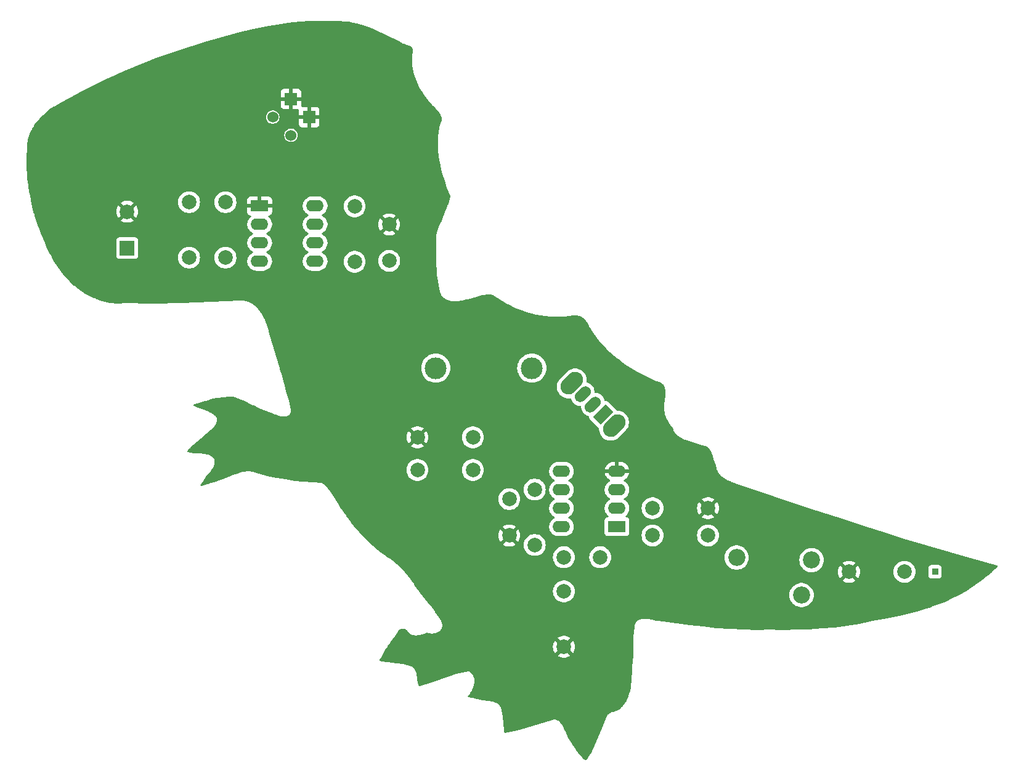
<source format=gbr>
G04 #@! TF.GenerationSoftware,KiCad,Pcbnew,8.0.2*
G04 #@! TF.CreationDate,2024-12-10T10:09:32-07:00*
G04 #@! TF.ProjectId,Makerspace_THT_Workshop,4d616b65-7273-4706-9163-655f5448545f,V1.0*
G04 #@! TF.SameCoordinates,Original*
G04 #@! TF.FileFunction,Copper,L2,Bot*
G04 #@! TF.FilePolarity,Positive*
%FSLAX46Y46*%
G04 Gerber Fmt 4.6, Leading zero omitted, Abs format (unit mm)*
G04 Created by KiCad (PCBNEW 8.0.2) date 2024-12-10 10:09:32*
%MOMM*%
%LPD*%
G01*
G04 APERTURE LIST*
G04 Aperture macros list*
%AMHorizOval*
0 Thick line with rounded ends*
0 $1 width*
0 $2 $3 position (X,Y) of the first rounded end (center of the circle)*
0 $4 $5 position (X,Y) of the second rounded end (center of the circle)*
0 Add line between two ends*
20,1,$1,$2,$3,$4,$5,0*
0 Add two circle primitives to create the rounded ends*
1,1,$1,$2,$3*
1,1,$1,$4,$5*%
%AMRotRect*
0 Rectangle, with rotation*
0 The origin of the aperture is its center*
0 $1 length*
0 $2 width*
0 $3 Rotation angle, in degrees counterclockwise*
0 Add horizontal line*
21,1,$1,$2,0,0,$3*%
G04 Aperture macros list end*
G04 #@! TA.AperFunction,ComponentPad*
%ADD10R,1.800000X1.800000*%
G04 #@! TD*
G04 #@! TA.AperFunction,ComponentPad*
%ADD11C,1.524000*%
G04 #@! TD*
G04 #@! TA.AperFunction,ComponentPad*
%ADD12C,2.000000*%
G04 #@! TD*
G04 #@! TA.AperFunction,ComponentPad*
%ADD13C,2.340000*%
G04 #@! TD*
G04 #@! TA.AperFunction,ComponentPad*
%ADD14R,0.850000X0.850000*%
G04 #@! TD*
G04 #@! TA.AperFunction,ComponentPad*
%ADD15HorizOval,2.200000X0.459619X0.459619X-0.459619X-0.459619X0*%
G04 #@! TD*
G04 #@! TA.AperFunction,ComponentPad*
%ADD16RotRect,1.500000X2.500000X135.000000*%
G04 #@! TD*
G04 #@! TA.AperFunction,ComponentPad*
%ADD17HorizOval,1.500000X0.353553X0.353553X-0.353553X-0.353553X0*%
G04 #@! TD*
G04 #@! TA.AperFunction,ComponentPad*
%ADD18R,2.000000X2.000000*%
G04 #@! TD*
G04 #@! TA.AperFunction,ComponentPad*
%ADD19R,2.400000X1.600000*%
G04 #@! TD*
G04 #@! TA.AperFunction,ComponentPad*
%ADD20O,2.400000X1.600000*%
G04 #@! TD*
G04 #@! TA.AperFunction,ComponentPad*
%ADD21C,3.000000*%
G04 #@! TD*
G04 #@! TA.AperFunction,ViaPad*
%ADD22C,0.600000*%
G04 #@! TD*
G04 APERTURE END LIST*
D10*
X119600000Y-61600000D03*
D11*
X119600000Y-66600000D03*
D12*
X203910000Y-126600000D03*
X196290000Y-126600000D03*
D13*
X191144964Y-124984362D03*
X180843254Y-124631143D03*
X189766777Y-129790670D03*
D14*
X208100000Y-126600000D03*
D15*
X163999138Y-106499138D03*
X158200863Y-100700863D03*
D16*
X162514214Y-105014214D03*
D17*
X161100000Y-103600000D03*
X159685787Y-102185787D03*
D12*
X169290000Y-121600000D03*
X176910000Y-121600000D03*
X144600000Y-108100000D03*
X136980000Y-108100000D03*
X176910000Y-117850000D03*
X169290000Y-117850000D03*
D18*
X97100000Y-82100000D03*
D12*
X97100000Y-77100000D03*
X153100000Y-122910000D03*
X153100000Y-115290000D03*
X162100000Y-124600000D03*
X157100000Y-124600000D03*
X157100000Y-129290000D03*
X157100000Y-136910000D03*
X105600000Y-83410000D03*
X105600000Y-75790000D03*
X144600000Y-112600000D03*
X136980000Y-112600000D03*
X133100000Y-83850000D03*
X133100000Y-78850000D03*
X128350000Y-76350000D03*
X128350000Y-83970000D03*
X149600000Y-121600000D03*
X149600000Y-116600000D03*
X110600000Y-83410000D03*
X110600000Y-75790000D03*
D19*
X164400000Y-120400000D03*
D20*
X164400000Y-117860000D03*
X164400000Y-115320000D03*
X164400000Y-112780000D03*
X156780000Y-112780000D03*
X156780000Y-115320000D03*
X156780000Y-117860000D03*
X156780000Y-120400000D03*
D21*
X152700000Y-98600000D03*
X139500000Y-98600000D03*
D19*
X115300000Y-76300000D03*
D20*
X115300000Y-78840000D03*
X115300000Y-81380000D03*
X115300000Y-83920000D03*
X122920000Y-83920000D03*
X122920000Y-81380000D03*
X122920000Y-78840000D03*
X122920000Y-76300000D03*
D10*
X122100000Y-64100000D03*
D11*
X117100000Y-64100000D03*
D22*
X146000000Y-96250000D03*
X148500000Y-96250000D03*
X148500000Y-101250000D03*
X143500000Y-98750000D03*
X146000000Y-98750000D03*
X148500000Y-98750000D03*
X143500000Y-96250000D03*
X143500000Y-101250000D03*
X146000000Y-101250000D03*
G04 #@! TA.AperFunction,Conductor*
G36*
X123817292Y-50840986D02*
G01*
X124468515Y-50849700D01*
X124470093Y-50849733D01*
X125117950Y-50867536D01*
X125119186Y-50867577D01*
X125762926Y-50892237D01*
X126358696Y-50891976D01*
X126366331Y-50892210D01*
X126949776Y-50928144D01*
X126956996Y-50928801D01*
X127532815Y-50998284D01*
X127539497Y-50999275D01*
X128108371Y-51099681D01*
X128114417Y-51100906D01*
X128676940Y-51229601D01*
X128682350Y-51230970D01*
X129108306Y-51349058D01*
X129239070Y-51385310D01*
X129243902Y-51386756D01*
X129795417Y-51564098D01*
X129799613Y-51565531D01*
X130346464Y-51763214D01*
X130350035Y-51764567D01*
X130892852Y-51979952D01*
X130895777Y-51981156D01*
X131434643Y-52211366D01*
X131437906Y-52212817D01*
X132508614Y-52708086D01*
X132511590Y-52709511D01*
X134621393Y-53754536D01*
X134644064Y-53769024D01*
X134687777Y-53804186D01*
X134687780Y-53804188D01*
X134687786Y-53804192D01*
X134746724Y-53844576D01*
X134746727Y-53844579D01*
X134809891Y-53882039D01*
X134809897Y-53882042D01*
X134809900Y-53882044D01*
X134876806Y-53916897D01*
X134946965Y-53949455D01*
X135019896Y-53980036D01*
X135172148Y-54036538D01*
X135488728Y-54139799D01*
X135643424Y-54191002D01*
X135647246Y-54192337D01*
X135793325Y-54246126D01*
X135798077Y-54247989D01*
X135865229Y-54275925D01*
X135869463Y-54277780D01*
X135933404Y-54307254D01*
X135938537Y-54309767D01*
X135998019Y-54340621D01*
X136004146Y-54344022D01*
X136058704Y-54376362D01*
X136065780Y-54380888D01*
X136114923Y-54414721D01*
X136122885Y-54420687D01*
X136166316Y-54456038D01*
X136174959Y-54463772D01*
X136212463Y-54500634D01*
X136221394Y-54510403D01*
X136252988Y-54548899D01*
X136261635Y-54560812D01*
X136287490Y-54601287D01*
X136295144Y-54615147D01*
X136315500Y-54658309D01*
X136321495Y-54673559D01*
X136336419Y-54720400D01*
X136340332Y-54736199D01*
X136349599Y-54787981D01*
X136351372Y-54803414D01*
X136354367Y-54861262D01*
X136354280Y-54875587D01*
X136350133Y-54940433D01*
X136348647Y-54953213D01*
X136336382Y-55025675D01*
X136333982Y-55036750D01*
X136311400Y-55121949D01*
X136253825Y-55580342D01*
X136253824Y-55580346D01*
X136227267Y-56037196D01*
X136230607Y-56491701D01*
X136262713Y-56943022D01*
X136262713Y-56943023D01*
X136322467Y-57390382D01*
X136322475Y-57390432D01*
X136408739Y-57832978D01*
X136520412Y-58270011D01*
X136520412Y-58270012D01*
X136656351Y-58700645D01*
X136815430Y-59124076D01*
X136815433Y-59124082D01*
X136996536Y-59539530D01*
X137198535Y-59946177D01*
X137420303Y-60343218D01*
X137660716Y-60729847D01*
X137918649Y-61105259D01*
X137918654Y-61105265D01*
X138192972Y-61468642D01*
X138479331Y-61815281D01*
X138485478Y-61823376D01*
X138504023Y-61850000D01*
X138546949Y-61911624D01*
X138616442Y-62002654D01*
X138616443Y-62002655D01*
X138733297Y-62139945D01*
X138768488Y-62181290D01*
X138934020Y-62356443D01*
X138934029Y-62356452D01*
X139108336Y-62529430D01*
X139273692Y-62689475D01*
X139463593Y-62873277D01*
X139465469Y-62875132D01*
X139588956Y-62999999D01*
X139635363Y-63046925D01*
X139638668Y-63050399D01*
X139797065Y-63223465D01*
X139801849Y-63229012D01*
X139945049Y-63405339D01*
X139949471Y-63411124D01*
X140012537Y-63498838D01*
X140015855Y-63503691D01*
X140073913Y-63593095D01*
X140077413Y-63598818D01*
X140129314Y-63689079D01*
X140132881Y-63695745D01*
X140178172Y-63786962D01*
X140181659Y-63794627D01*
X140219931Y-63886962D01*
X140223142Y-63895607D01*
X140254001Y-63989235D01*
X140256740Y-63998831D01*
X140279808Y-64094007D01*
X140281863Y-64104410D01*
X140296756Y-64201481D01*
X140297943Y-64212461D01*
X140304228Y-64311865D01*
X140304427Y-64323126D01*
X140301594Y-64425328D01*
X140300774Y-64436537D01*
X140288225Y-64542049D01*
X140286444Y-64552900D01*
X140263485Y-64662177D01*
X140260879Y-64672396D01*
X140226771Y-64785800D01*
X140223525Y-64795207D01*
X140175788Y-64917400D01*
X140175783Y-64917413D01*
X140025399Y-65555614D01*
X140025394Y-65555640D01*
X139916648Y-66195707D01*
X139847276Y-66836989D01*
X139847275Y-66836991D01*
X139815007Y-67478834D01*
X139815006Y-67478846D01*
X139817574Y-68120521D01*
X139817575Y-68120538D01*
X139852708Y-68761470D01*
X139852709Y-68761481D01*
X139918140Y-69400987D01*
X140011593Y-70038377D01*
X140130815Y-70673080D01*
X140273515Y-71304332D01*
X140437439Y-71931537D01*
X140620302Y-72553999D01*
X140819865Y-73171143D01*
X141033815Y-73782187D01*
X141482566Y-74948959D01*
X141488259Y-75018597D01*
X141487987Y-75019875D01*
X141423457Y-75315989D01*
X141422206Y-75321188D01*
X141335383Y-75650615D01*
X141334124Y-75655057D01*
X141233978Y-75984707D01*
X141232783Y-75988428D01*
X141121102Y-76318291D01*
X141120028Y-76321332D01*
X140998590Y-76651490D01*
X140997680Y-76653888D01*
X140868373Y-76984181D01*
X140867403Y-76986583D01*
X140591611Y-77649893D01*
X140591241Y-77650775D01*
X140289892Y-78360056D01*
X140081730Y-78850005D01*
X140025373Y-78982651D01*
X139765135Y-79651635D01*
X139647110Y-79987244D01*
X139539588Y-80323738D01*
X139562204Y-81297634D01*
X139562236Y-81300154D01*
X139565078Y-82281170D01*
X139565079Y-82281569D01*
X139564762Y-83268274D01*
X139577918Y-84255352D01*
X139621185Y-85239135D01*
X139659310Y-85728711D01*
X139711197Y-86216064D01*
X139778934Y-86700828D01*
X139864589Y-87182460D01*
X139864593Y-87182480D01*
X139970257Y-87660611D01*
X139970263Y-87660637D01*
X140098002Y-88134743D01*
X140098011Y-88134771D01*
X140149070Y-88270929D01*
X140149070Y-88270930D01*
X140183536Y-88346215D01*
X140207298Y-88398119D01*
X140267382Y-88507497D01*
X140272355Y-88516550D01*
X140272358Y-88516554D01*
X140343893Y-88626432D01*
X140343897Y-88626437D01*
X140343899Y-88626440D01*
X140397529Y-88696556D01*
X140421611Y-88728041D01*
X140505120Y-88821536D01*
X140505133Y-88821550D01*
X140594150Y-88907222D01*
X140688322Y-88985277D01*
X140716113Y-89005116D01*
X140787324Y-89055952D01*
X140877732Y-89111437D01*
X140890790Y-89119452D01*
X140890796Y-89119455D01*
X140983784Y-89168338D01*
X140998417Y-89176030D01*
X141109860Y-89225906D01*
X141143083Y-89238453D01*
X141224771Y-89269304D01*
X141224775Y-89269305D01*
X141224785Y-89269309D01*
X141342856Y-89306467D01*
X141463740Y-89337610D01*
X141587102Y-89362967D01*
X141839920Y-89397235D01*
X141839926Y-89397235D01*
X141839933Y-89397236D01*
X141902718Y-89400600D01*
X142098633Y-89411100D01*
X142360567Y-89406394D01*
X142360576Y-89406393D01*
X142360584Y-89406393D01*
X142623033Y-89384948D01*
X142623037Y-89384947D01*
X142623043Y-89384947D01*
X142883385Y-89348587D01*
X142979316Y-89330026D01*
X143138904Y-89299149D01*
X143138913Y-89299146D01*
X143138917Y-89299146D01*
X143386961Y-89238453D01*
X143613795Y-89171593D01*
X143636301Y-89167172D01*
X143764284Y-89154161D01*
X143837713Y-89143537D01*
X143904359Y-89133895D01*
X143904363Y-89133894D01*
X143904378Y-89133892D01*
X144186190Y-89077722D01*
X144469618Y-89005116D01*
X144584882Y-88971169D01*
X144753994Y-88921363D01*
X144851889Y-88890426D01*
X145322258Y-88741780D01*
X145323661Y-88741346D01*
X145604481Y-88656609D01*
X145608051Y-88655592D01*
X145884922Y-88581376D01*
X145890835Y-88579947D01*
X146162869Y-88521307D01*
X146171386Y-88519780D01*
X146439298Y-88481353D01*
X146447413Y-88480462D01*
X146576934Y-88470572D01*
X146583301Y-88470252D01*
X146712333Y-88467100D01*
X146719451Y-88467130D01*
X146846703Y-88471353D01*
X146854472Y-88471858D01*
X146979916Y-88483992D01*
X146988300Y-88485094D01*
X147111937Y-88505681D01*
X147120821Y-88507496D01*
X147242744Y-88537100D01*
X147251889Y-88539696D01*
X147372230Y-88578925D01*
X147381441Y-88582337D01*
X147410536Y-88594453D01*
X147500336Y-88631846D01*
X147509401Y-88636057D01*
X147547329Y-88655572D01*
X147626996Y-88696562D01*
X147635634Y-88701456D01*
X147752061Y-88773738D01*
X147760150Y-88779213D01*
X147875478Y-88864079D01*
X147882851Y-88869949D01*
X148000513Y-88971169D01*
X148000515Y-88971170D01*
X148000516Y-88971171D01*
X148544067Y-89318761D01*
X149100742Y-89643263D01*
X149247154Y-89720704D01*
X149669639Y-89944167D01*
X150249832Y-90220954D01*
X150840418Y-90473113D01*
X151440489Y-90700132D01*
X152049135Y-90901498D01*
X152315045Y-90977088D01*
X152665445Y-91076698D01*
X153288507Y-91225219D01*
X153288510Y-91225219D01*
X153288516Y-91225221D01*
X153917431Y-91346553D01*
X154551285Y-91440182D01*
X155189168Y-91505595D01*
X155189198Y-91505596D01*
X155189211Y-91505598D01*
X155471778Y-91521768D01*
X155830151Y-91542278D01*
X155830152Y-91542279D01*
X155830170Y-91542280D01*
X156473383Y-91549723D01*
X157096334Y-91528159D01*
X157117898Y-91527413D01*
X157175140Y-91522746D01*
X157762803Y-91474837D01*
X157892470Y-91439447D01*
X157896433Y-91438438D01*
X158021165Y-91408945D01*
X158025449Y-91408014D01*
X158147059Y-91383878D01*
X158151677Y-91383053D01*
X158270192Y-91364223D01*
X158275139Y-91363539D01*
X158390547Y-91349967D01*
X158395801Y-91349462D01*
X158508151Y-91341092D01*
X158513701Y-91340804D01*
X158623018Y-91337582D01*
X158628830Y-91337548D01*
X158735157Y-91339423D01*
X158741238Y-91339680D01*
X158844582Y-91346600D01*
X158850846Y-91347181D01*
X158951273Y-91359098D01*
X158957739Y-91360041D01*
X159055277Y-91376905D01*
X159061882Y-91378235D01*
X159156564Y-91400002D01*
X159163266Y-91401742D01*
X159255215Y-91428394D01*
X159261944Y-91430554D01*
X159351211Y-91462064D01*
X159357847Y-91464625D01*
X159444528Y-91500995D01*
X159451080Y-91503972D01*
X159535187Y-91545176D01*
X159541568Y-91548537D01*
X159623219Y-91594614D01*
X159629342Y-91598306D01*
X159708615Y-91649289D01*
X159714431Y-91653268D01*
X159791389Y-91709202D01*
X159796849Y-91713407D01*
X159871514Y-91774314D01*
X159876592Y-91778692D01*
X159948996Y-91844617D01*
X159953702Y-91849134D01*
X160023861Y-91920112D01*
X160028162Y-91924690D01*
X160096110Y-92000783D01*
X160099973Y-92005326D01*
X160165729Y-92086596D01*
X160169223Y-92091127D01*
X160232698Y-92177496D01*
X160235852Y-92181993D01*
X160297077Y-92273536D01*
X160299885Y-92277932D01*
X160358843Y-92374655D01*
X160361333Y-92378930D01*
X160418017Y-92480861D01*
X160420215Y-92484995D01*
X160474591Y-92592105D01*
X160476523Y-92596086D01*
X160528578Y-92708381D01*
X160530272Y-92712201D01*
X160579995Y-92829687D01*
X160581473Y-92833341D01*
X160629514Y-92957727D01*
X160629518Y-92957735D01*
X161027444Y-93600262D01*
X161456704Y-94216247D01*
X161456715Y-94216262D01*
X161665343Y-94484541D01*
X161915532Y-94806264D01*
X162282580Y-95232143D01*
X162402119Y-95370843D01*
X162402140Y-95370867D01*
X162914715Y-95910585D01*
X162914724Y-95910594D01*
X163451545Y-96426057D01*
X164005080Y-96912770D01*
X164010821Y-96917818D01*
X164467206Y-97286594D01*
X164590752Y-97386424D01*
X165189586Y-97832466D01*
X165805539Y-98256504D01*
X166436832Y-98659108D01*
X167081691Y-99040847D01*
X167738339Y-99402290D01*
X168404998Y-99744004D01*
X169079893Y-100066560D01*
X169761247Y-100370526D01*
X169904472Y-100393064D01*
X169911696Y-100394422D01*
X170039848Y-100422457D01*
X170047696Y-100424444D01*
X170164564Y-100458135D01*
X170172939Y-100460877D01*
X170278963Y-100499836D01*
X170287839Y-100503495D01*
X170383540Y-100547348D01*
X170392720Y-100552024D01*
X170478726Y-100600451D01*
X170487960Y-100606199D01*
X170564932Y-100658934D01*
X170573950Y-100665736D01*
X170642598Y-100722620D01*
X170651107Y-100730365D01*
X170712088Y-100791290D01*
X170719840Y-100799789D01*
X170773807Y-100864771D01*
X170780590Y-100873737D01*
X170828091Y-100942819D01*
X170833801Y-100951949D01*
X170875308Y-101025207D01*
X170879936Y-101034213D01*
X170915816Y-101111668D01*
X170919430Y-101120311D01*
X170949991Y-101201937D01*
X170952708Y-101210035D01*
X170978224Y-101295746D01*
X170980192Y-101303193D01*
X171000567Y-101391317D01*
X171002416Y-101401086D01*
X171030844Y-101593058D01*
X171031953Y-101603685D01*
X171044310Y-101806611D01*
X171044538Y-101814631D01*
X171043707Y-102028153D01*
X171043551Y-102033901D01*
X171032425Y-102255033D01*
X171032052Y-102260260D01*
X170946745Y-103179534D01*
X170943854Y-103197001D01*
X170914844Y-103317928D01*
X170889801Y-103446288D01*
X170870611Y-103573490D01*
X170857103Y-103699521D01*
X170849094Y-103824417D01*
X170846404Y-103948215D01*
X170848859Y-104070897D01*
X170856274Y-104192521D01*
X170868472Y-104313082D01*
X170885277Y-104432632D01*
X170931982Y-104668708D01*
X170931987Y-104668727D01*
X170994963Y-104900939D01*
X170994963Y-104900941D01*
X171072770Y-105129436D01*
X171072782Y-105129469D01*
X171150188Y-105320381D01*
X171164003Y-105354455D01*
X171267202Y-105576090D01*
X171267208Y-105576102D01*
X171380941Y-105794530D01*
X171503801Y-106009964D01*
X171599301Y-106165480D01*
X171634329Y-106222522D01*
X171704871Y-106330764D01*
X171771113Y-106432408D01*
X172048861Y-106832081D01*
X172063118Y-106859247D01*
X172118280Y-107006123D01*
X172118288Y-107006142D01*
X172186805Y-107157651D01*
X172262862Y-107299697D01*
X172262882Y-107299730D01*
X172346121Y-107432748D01*
X172346130Y-107432762D01*
X172346141Y-107432779D01*
X172436254Y-107557271D01*
X172436258Y-107557276D01*
X172532861Y-107673627D01*
X172532864Y-107673630D01*
X172635585Y-107782249D01*
X172635608Y-107782272D01*
X172744091Y-107883593D01*
X172744098Y-107883599D01*
X172744109Y-107883609D01*
X172858042Y-107978100D01*
X172858050Y-107978106D01*
X172858055Y-107978110D01*
X172858062Y-107978116D01*
X172977017Y-108066147D01*
X172977022Y-108066151D01*
X172977029Y-108066156D01*
X172977039Y-108066163D01*
X173100745Y-108148227D01*
X173100761Y-108148236D01*
X173100769Y-108148242D01*
X173228796Y-108224716D01*
X173228799Y-108224718D01*
X173228803Y-108224720D01*
X173496554Y-108362713D01*
X173777443Y-108483572D01*
X176155795Y-109245503D01*
X176281856Y-109254113D01*
X176291517Y-109255156D01*
X176403639Y-109271738D01*
X176413855Y-109273691D01*
X176517094Y-109297983D01*
X176527681Y-109300976D01*
X176595981Y-109323609D01*
X176622685Y-109332458D01*
X176633340Y-109336542D01*
X176720851Y-109374789D01*
X176731215Y-109379906D01*
X176766961Y-109399684D01*
X176811992Y-109424599D01*
X176821762Y-109430612D01*
X176896502Y-109481516D01*
X176905395Y-109488175D01*
X176974741Y-109545141D01*
X176982603Y-109552182D01*
X177047052Y-109615046D01*
X177053816Y-109622189D01*
X177113817Y-109690808D01*
X177119490Y-109697792D01*
X177175413Y-109771983D01*
X177180066Y-109778595D01*
X177232211Y-109858094D01*
X177235985Y-109864230D01*
X177284638Y-109948731D01*
X177287650Y-109954285D01*
X177332552Y-110042365D01*
X177335889Y-110049457D01*
X177418909Y-110241400D01*
X177421811Y-110248742D01*
X177495037Y-110452792D01*
X177496692Y-110457726D01*
X177563472Y-110671650D01*
X177564357Y-110674614D01*
X177690825Y-111118369D01*
X177756239Y-111338866D01*
X177792425Y-111448067D01*
X177813452Y-111511522D01*
X177827370Y-111553521D01*
X177827373Y-111553529D01*
X177907479Y-111758892D01*
X177907487Y-111758910D01*
X177991722Y-111934638D01*
X178002591Y-111970232D01*
X178025154Y-112123979D01*
X178025155Y-112123981D01*
X178060551Y-112288093D01*
X178105599Y-112444159D01*
X178117098Y-112475586D01*
X178148962Y-112562676D01*
X178159901Y-112592572D01*
X178223011Y-112733569D01*
X178223014Y-112733575D01*
X178294500Y-112867446D01*
X178294514Y-112867470D01*
X178373960Y-112994532D01*
X178399552Y-113030000D01*
X178460952Y-113115096D01*
X178460956Y-113115100D01*
X178460959Y-113115105D01*
X178514680Y-113180383D01*
X178555048Y-113229435D01*
X178601149Y-113279029D01*
X178655826Y-113337850D01*
X178762830Y-113440605D01*
X178762840Y-113440615D01*
X178762845Y-113440619D01*
X178762852Y-113440626D01*
X178875708Y-113538067D01*
X179117192Y-113718119D01*
X179376863Y-113880361D01*
X179651300Y-114027149D01*
X179651299Y-114027149D01*
X179937116Y-114160856D01*
X180230868Y-114283826D01*
X180529138Y-114398420D01*
X180893607Y-114529815D01*
X181699351Y-114820296D01*
X190427081Y-117739840D01*
X194474291Y-119058555D01*
X199178776Y-120591432D01*
X201606483Y-121352261D01*
X203570038Y-121967628D01*
X206525173Y-122860056D01*
X207974997Y-123297892D01*
X207975011Y-123297896D01*
X212396266Y-124572589D01*
X216621157Y-125723435D01*
X216680664Y-125760046D01*
X216710932Y-125823019D01*
X216702350Y-125892360D01*
X216672978Y-125933907D01*
X216369286Y-126216136D01*
X216368080Y-126217242D01*
X216132465Y-126430483D01*
X216131523Y-126431327D01*
X215893627Y-126642256D01*
X215892577Y-126643177D01*
X215804977Y-126719101D01*
X215652433Y-126851314D01*
X215651323Y-126852264D01*
X215408749Y-127057324D01*
X215407474Y-127058388D01*
X215162314Y-127260068D01*
X215160922Y-127261197D01*
X214912641Y-127459497D01*
X214911621Y-127460303D01*
X214083172Y-128107869D01*
X214077955Y-128111731D01*
X213224300Y-128709772D01*
X213219141Y-128713197D01*
X212340121Y-129265723D01*
X212335083Y-129268726D01*
X211432671Y-129778077D01*
X211427804Y-129780683D01*
X210504001Y-130249172D01*
X210499350Y-130251410D01*
X209556209Y-130681331D01*
X209551803Y-130683237D01*
X208591323Y-131076910D01*
X208587188Y-131078520D01*
X207611337Y-131438277D01*
X207607488Y-131439624D01*
X206618421Y-131767732D01*
X206614868Y-131768852D01*
X205614517Y-132067658D01*
X205611264Y-132068581D01*
X204601792Y-132340367D01*
X204598842Y-132341123D01*
X203582759Y-132588095D01*
X203578938Y-132588960D01*
X201531703Y-133018566D01*
X201527599Y-133019355D01*
X199475741Y-133378196D01*
X197752548Y-133729267D01*
X197747926Y-133730118D01*
X196024789Y-134013642D01*
X196020405Y-134014283D01*
X194294023Y-134235325D01*
X194289912Y-134235782D01*
X192559340Y-134398917D01*
X192555532Y-134399217D01*
X190819861Y-134509015D01*
X190816375Y-134509186D01*
X189074735Y-134570217D01*
X189071586Y-134570287D01*
X187323115Y-134587123D01*
X187320313Y-134587119D01*
X186696324Y-134579024D01*
X185562779Y-134564319D01*
X185562766Y-134564319D01*
X185562749Y-134564319D01*
X183695244Y-134599106D01*
X183690654Y-134599107D01*
X181831832Y-134564901D01*
X181827808Y-134564762D01*
X179974070Y-134470381D01*
X179970633Y-134470158D01*
X178120952Y-134324384D01*
X178118110Y-134324127D01*
X176271408Y-134135746D01*
X176269164Y-134135496D01*
X174424721Y-133913339D01*
X174422543Y-133913057D01*
X170733799Y-133402333D01*
X170733793Y-133402333D01*
X170717820Y-133402660D01*
X170623337Y-133404595D01*
X170617825Y-133404585D01*
X170509311Y-133401982D01*
X170502373Y-133401621D01*
X170275814Y-133383453D01*
X170268675Y-133382672D01*
X170036574Y-133350450D01*
X170031690Y-133349672D01*
X169794280Y-133307002D01*
X169790888Y-133306344D01*
X169465075Y-133238363D01*
X169303894Y-133204733D01*
X169303777Y-133204708D01*
X169058995Y-133154126D01*
X168815125Y-133109052D01*
X168573575Y-133073512D01*
X168573564Y-133073511D01*
X168573563Y-133073510D01*
X168573557Y-133073510D01*
X168440387Y-133061183D01*
X168335344Y-133051460D01*
X168335339Y-133051459D01*
X168101628Y-133046879D01*
X168101606Y-133046879D01*
X167986811Y-133052380D01*
X167986783Y-133052382D01*
X167873511Y-133063742D01*
X167761932Y-133081453D01*
X167761924Y-133081454D01*
X167761916Y-133081456D01*
X167652149Y-133106022D01*
X167652140Y-133106024D01*
X167652134Y-133106026D01*
X167544358Y-133137932D01*
X167438655Y-133177695D01*
X167335223Y-133225791D01*
X167335218Y-133225793D01*
X167234172Y-133282729D01*
X167234167Y-133282732D01*
X167199066Y-133306344D01*
X167135645Y-133349006D01*
X167039797Y-133425109D01*
X166934305Y-133740159D01*
X166934296Y-133740190D01*
X166851335Y-134059694D01*
X166851330Y-134059716D01*
X166788323Y-134383147D01*
X166788321Y-134383160D01*
X166742679Y-134710058D01*
X166711826Y-135039899D01*
X166693181Y-135372177D01*
X166682191Y-136042016D01*
X166693127Y-137387326D01*
X166693115Y-137390353D01*
X166687706Y-137722534D01*
X166687615Y-137725676D01*
X166673867Y-138055721D01*
X166673625Y-138059854D01*
X166649053Y-138386780D01*
X166648560Y-138391908D01*
X166610401Y-138717768D01*
X166610277Y-138718792D01*
X166559019Y-139127075D01*
X166521739Y-139544854D01*
X166471919Y-140399148D01*
X166426216Y-141262836D01*
X166426044Y-141265525D01*
X166394052Y-141693635D01*
X166393739Y-141697155D01*
X166349930Y-142120583D01*
X166349328Y-142125455D01*
X166289528Y-142541704D01*
X166288463Y-142547969D01*
X166208538Y-142954898D01*
X166206777Y-142962570D01*
X166102636Y-143358130D01*
X166099890Y-143367150D01*
X165967027Y-143750672D01*
X165964152Y-143758176D01*
X165886606Y-143942459D01*
X165884213Y-143947791D01*
X165797589Y-144129225D01*
X165794788Y-144134734D01*
X165699074Y-144311916D01*
X165695845Y-144317538D01*
X165590490Y-144490313D01*
X165586825Y-144495971D01*
X165471312Y-144664113D01*
X165467220Y-144669725D01*
X165340971Y-144833079D01*
X165336477Y-144838563D01*
X165198930Y-144996929D01*
X165194074Y-145002204D01*
X165042121Y-145157977D01*
X165001169Y-145223898D01*
X164996332Y-145231107D01*
X164955242Y-145287949D01*
X164949870Y-145294854D01*
X164906488Y-145346728D01*
X164900693Y-145353184D01*
X164855084Y-145400554D01*
X164849010Y-145406446D01*
X164801165Y-145449790D01*
X164794983Y-145455033D01*
X164744948Y-145494730D01*
X164738818Y-145499293D01*
X164686610Y-145535709D01*
X164680693Y-145539590D01*
X164626317Y-145573077D01*
X164620739Y-145576315D01*
X164564286Y-145607153D01*
X164559163Y-145609799D01*
X164501674Y-145637815D01*
X164495064Y-145640800D01*
X164371329Y-145692381D01*
X164364515Y-145694989D01*
X164235755Y-145739974D01*
X164231475Y-145741383D01*
X164097536Y-145782782D01*
X164096236Y-145783176D01*
X163821835Y-145864708D01*
X163686452Y-145909739D01*
X163554419Y-145961273D01*
X163427179Y-146022100D01*
X163427163Y-146022108D01*
X163365819Y-146056864D01*
X163365783Y-146056885D01*
X163306177Y-146095010D01*
X163306155Y-146095025D01*
X163248470Y-146136864D01*
X163192849Y-146182799D01*
X163192845Y-146182802D01*
X163139515Y-146233146D01*
X163139509Y-146233152D01*
X163088645Y-146288258D01*
X162899199Y-146674222D01*
X162721232Y-147066637D01*
X162390541Y-147865989D01*
X161766633Y-149486942D01*
X161765590Y-149489562D01*
X161436574Y-150289617D01*
X161434993Y-150293291D01*
X161258873Y-150685121D01*
X161257322Y-150688441D01*
X161069981Y-151074317D01*
X161067983Y-151078252D01*
X160867437Y-151456455D01*
X160864930Y-151460955D01*
X160648934Y-151830356D01*
X160645853Y-151835350D01*
X160412194Y-152194779D01*
X160408484Y-152200169D01*
X160225206Y-152451955D01*
X160169838Y-152494571D01*
X160100219Y-152500488D01*
X160052784Y-152479815D01*
X159988613Y-152433887D01*
X159982928Y-152429565D01*
X159888596Y-152353471D01*
X159825220Y-152302347D01*
X159820375Y-152298229D01*
X159666008Y-152159994D01*
X159661885Y-152156129D01*
X159510810Y-152007789D01*
X159507328Y-152004226D01*
X159359675Y-151846891D01*
X159356702Y-151843605D01*
X159212465Y-151678279D01*
X159209895Y-151675236D01*
X159069076Y-151502959D01*
X159066889Y-151500204D01*
X158929481Y-151322012D01*
X158927623Y-151319539D01*
X158793595Y-151136464D01*
X158792062Y-151134323D01*
X158661622Y-150947742D01*
X158659763Y-150945004D01*
X158407930Y-150563217D01*
X158406101Y-150560360D01*
X158295582Y-150382404D01*
X158167518Y-150176195D01*
X158166402Y-150174361D01*
X157940096Y-149795255D01*
X157940090Y-149795246D01*
X157876766Y-149706660D01*
X157873597Y-149702007D01*
X157814849Y-149611393D01*
X157812262Y-149607224D01*
X157756000Y-149512388D01*
X157753900Y-149508705D01*
X157700227Y-149410713D01*
X157697848Y-149406148D01*
X157594897Y-149198134D01*
X157592834Y-149193746D01*
X157495934Y-148976593D01*
X157494653Y-148973617D01*
X157307124Y-148521487D01*
X157212205Y-148295601D01*
X157112984Y-148074460D01*
X157112980Y-148074451D01*
X157006796Y-147861500D01*
X156950245Y-147759130D01*
X156890933Y-147660047D01*
X156882150Y-147646624D01*
X156828542Y-147564692D01*
X156828528Y-147564672D01*
X156828523Y-147564664D01*
X156762673Y-147473396D01*
X156693045Y-147386655D01*
X156619299Y-147304855D01*
X156619294Y-147304849D01*
X156541107Y-147228420D01*
X156541079Y-147228395D01*
X156458098Y-147157734D01*
X156458095Y-147157732D01*
X156458093Y-147157730D01*
X156369955Y-147093230D01*
X156369954Y-147093229D01*
X156276344Y-147035328D01*
X156276330Y-147035320D01*
X156176907Y-146984426D01*
X156071317Y-146940948D01*
X156071311Y-146940946D01*
X155959243Y-146905305D01*
X155959234Y-146905303D01*
X155840311Y-146877903D01*
X152415187Y-147925334D01*
X152413115Y-147925948D01*
X151555756Y-148171878D01*
X151552821Y-148172681D01*
X150689322Y-148397590D01*
X150685326Y-148398561D01*
X149812113Y-148595333D01*
X149808461Y-148596098D01*
X149368536Y-148681412D01*
X149365760Y-148681918D01*
X149048403Y-148736001D01*
X148979010Y-148727858D01*
X148925034Y-148683491D01*
X148904501Y-148628915D01*
X148891292Y-148521622D01*
X148874484Y-148385099D01*
X148874195Y-148382521D01*
X148865369Y-148295601D01*
X148836321Y-148009517D01*
X148836181Y-148008044D01*
X148823087Y-147861494D01*
X148769133Y-147257649D01*
X148753153Y-147093230D01*
X148732667Y-146882453D01*
X148689310Y-146508161D01*
X148689308Y-146508143D01*
X148635345Y-146135209D01*
X148603226Y-145949405D01*
X148603222Y-145949381D01*
X148567940Y-145768622D01*
X148566519Y-145759580D01*
X148558800Y-145694989D01*
X148549468Y-145616894D01*
X148549466Y-145616882D01*
X148549466Y-145616880D01*
X148527997Y-145510776D01*
X148521879Y-145480533D01*
X148514365Y-145455033D01*
X148484767Y-145354579D01*
X148438607Y-145238568D01*
X148438604Y-145238562D01*
X148438602Y-145238557D01*
X148383858Y-145132012D01*
X148383855Y-145132006D01*
X148321011Y-145034486D01*
X148321006Y-145034478D01*
X148295442Y-145002204D01*
X148250521Y-144945492D01*
X148172860Y-144864575D01*
X148088521Y-144791289D01*
X148088516Y-144791285D01*
X147997960Y-144725153D01*
X147997954Y-144725149D01*
X147997951Y-144725147D01*
X147901634Y-144665693D01*
X147901627Y-144665689D01*
X147901620Y-144665685D01*
X147830705Y-144628529D01*
X147800040Y-144612462D01*
X147800036Y-144612460D01*
X147800028Y-144612456D01*
X147693658Y-144564997D01*
X147693637Y-144564988D01*
X147582910Y-144522811D01*
X147582894Y-144522805D01*
X147350314Y-144452470D01*
X145396037Y-144140718D01*
X145376754Y-144136033D01*
X145299702Y-144110633D01*
X145299698Y-144110632D01*
X145299689Y-144110629D01*
X145203633Y-144084638D01*
X145099799Y-144060607D01*
X144990049Y-144037991D01*
X144529032Y-143950715D01*
X144526270Y-143950159D01*
X144416824Y-143926852D01*
X144413641Y-143926131D01*
X144309998Y-143901191D01*
X144305423Y-143899997D01*
X144210136Y-143873187D01*
X144203771Y-143871210D01*
X144119063Y-143842382D01*
X144110319Y-143839032D01*
X144037001Y-143807714D01*
X144028445Y-143803666D01*
X143999606Y-143788650D01*
X143992697Y-143784766D01*
X143978733Y-143776319D01*
X143931563Y-143724775D01*
X143919748Y-143655912D01*
X143947039Y-143591592D01*
X143950390Y-143587675D01*
X144025814Y-143503133D01*
X144177332Y-143309838D01*
X144318487Y-143097373D01*
X144446536Y-142869403D01*
X144558739Y-142629592D01*
X144608040Y-142506392D01*
X144652352Y-142381605D01*
X144691330Y-142255691D01*
X144724632Y-142129106D01*
X144741952Y-142048618D01*
X144751915Y-142002315D01*
X144772834Y-141875791D01*
X144772834Y-141875787D01*
X144772839Y-141875760D01*
X144787057Y-141749915D01*
X144794229Y-141625232D01*
X144794011Y-141502169D01*
X144786060Y-141381185D01*
X144786059Y-141381175D01*
X144786059Y-141381173D01*
X144770411Y-141265525D01*
X144770034Y-141262737D01*
X144745590Y-141147284D01*
X144712385Y-141035283D01*
X144670077Y-140927194D01*
X144635936Y-140858773D01*
X144618324Y-140823476D01*
X144556781Y-140724585D01*
X144556779Y-140724583D01*
X144556777Y-140724579D01*
X144485101Y-140630970D01*
X144485097Y-140630966D01*
X144485095Y-140630963D01*
X144402948Y-140543101D01*
X144309984Y-140461441D01*
X144205860Y-140386438D01*
X144205848Y-140386431D01*
X144090227Y-140318548D01*
X144090221Y-140318545D01*
X143962743Y-140258232D01*
X143962742Y-140258232D01*
X143529224Y-140335590D01*
X143099297Y-140430305D01*
X142672461Y-140540136D01*
X142248194Y-140662847D01*
X141405548Y-140937901D01*
X140567412Y-141237535D01*
X139730758Y-141543482D01*
X139729217Y-141544034D01*
X138890642Y-141838191D01*
X138887971Y-141839094D01*
X138467819Y-141975830D01*
X138465206Y-141976648D01*
X138043155Y-142103768D01*
X138039900Y-142104700D01*
X137615654Y-142219945D01*
X137611744Y-142220940D01*
X137279215Y-142299749D01*
X137209443Y-142296055D01*
X137152744Y-142255226D01*
X137136962Y-142228671D01*
X137133590Y-142220940D01*
X137121392Y-142192977D01*
X137117959Y-142184209D01*
X137070718Y-142048618D01*
X137067794Y-142038986D01*
X137029998Y-141893371D01*
X137028349Y-141886132D01*
X137026317Y-141875791D01*
X136997766Y-141730521D01*
X136996894Y-141725549D01*
X136971657Y-141561659D01*
X136971228Y-141558612D01*
X136949312Y-141388168D01*
X136949185Y-141387151D01*
X136948467Y-141381175D01*
X136906913Y-141035451D01*
X136882227Y-140858775D01*
X136852184Y-140683827D01*
X136814524Y-140512178D01*
X136766990Y-140345397D01*
X136766989Y-140345394D01*
X136766989Y-140345392D01*
X136707322Y-140185064D01*
X136707322Y-140185063D01*
X136672226Y-140107786D01*
X136670731Y-140104907D01*
X136633255Y-140032723D01*
X136590119Y-139960051D01*
X136542537Y-139889971D01*
X136542520Y-139889949D01*
X136490231Y-139822682D01*
X136490229Y-139822680D01*
X136432907Y-139758369D01*
X136432906Y-139758368D01*
X136164123Y-139629374D01*
X135949802Y-139544854D01*
X135888032Y-139520494D01*
X135887998Y-139520482D01*
X135605456Y-139429467D01*
X135605400Y-139429451D01*
X135317145Y-139354015D01*
X135024028Y-139291909D01*
X134726890Y-139240880D01*
X134426574Y-139198670D01*
X134123873Y-139163018D01*
X132907222Y-139040974D01*
X132904636Y-139040687D01*
X132605241Y-139004294D01*
X132602298Y-139003900D01*
X132306202Y-138960690D01*
X132302277Y-138960053D01*
X132010556Y-138907879D01*
X132005644Y-138906898D01*
X131876643Y-138878406D01*
X131815427Y-138844726D01*
X131782137Y-138783297D01*
X131787342Y-138713622D01*
X131794281Y-138698400D01*
X131989640Y-138336796D01*
X131991054Y-138334253D01*
X132276203Y-137836043D01*
X132277600Y-137833668D01*
X132574289Y-137342033D01*
X132575635Y-137339855D01*
X132847981Y-136909994D01*
X155594859Y-136909994D01*
X155594859Y-136910005D01*
X155615385Y-137157729D01*
X155615387Y-137157738D01*
X155676412Y-137398717D01*
X155776266Y-137626364D01*
X155876564Y-137779882D01*
X156700000Y-136956446D01*
X156700000Y-136962661D01*
X156727259Y-137064394D01*
X156779920Y-137155606D01*
X156854394Y-137230080D01*
X156945606Y-137282741D01*
X157047339Y-137310000D01*
X157053553Y-137310000D01*
X156229942Y-138133609D01*
X156276768Y-138170055D01*
X156276770Y-138170056D01*
X156495385Y-138288364D01*
X156495396Y-138288369D01*
X156730506Y-138369083D01*
X156975707Y-138410000D01*
X157224293Y-138410000D01*
X157469493Y-138369083D01*
X157704603Y-138288369D01*
X157704614Y-138288364D01*
X157923228Y-138170057D01*
X157923231Y-138170055D01*
X157970056Y-138133609D01*
X157146447Y-137310000D01*
X157152661Y-137310000D01*
X157254394Y-137282741D01*
X157345606Y-137230080D01*
X157420080Y-137155606D01*
X157472741Y-137064394D01*
X157500000Y-136962661D01*
X157500000Y-136956448D01*
X158323434Y-137779882D01*
X158423731Y-137626369D01*
X158523587Y-137398717D01*
X158584612Y-137157738D01*
X158584614Y-137157729D01*
X158605141Y-136910005D01*
X158605141Y-136909994D01*
X158584614Y-136662270D01*
X158584612Y-136662261D01*
X158523587Y-136421282D01*
X158423731Y-136193630D01*
X158323434Y-136040116D01*
X157500000Y-136863551D01*
X157500000Y-136857339D01*
X157472741Y-136755606D01*
X157420080Y-136664394D01*
X157345606Y-136589920D01*
X157254394Y-136537259D01*
X157152661Y-136510000D01*
X157146448Y-136510000D01*
X157970057Y-135686390D01*
X157970056Y-135686389D01*
X157923229Y-135649943D01*
X157704614Y-135531635D01*
X157704603Y-135531630D01*
X157469493Y-135450916D01*
X157224293Y-135410000D01*
X156975707Y-135410000D01*
X156730506Y-135450916D01*
X156495396Y-135531630D01*
X156495390Y-135531632D01*
X156276761Y-135649949D01*
X156229942Y-135686388D01*
X156229942Y-135686390D01*
X157053553Y-136510000D01*
X157047339Y-136510000D01*
X156945606Y-136537259D01*
X156854394Y-136589920D01*
X156779920Y-136664394D01*
X156727259Y-136755606D01*
X156700000Y-136857339D01*
X156700000Y-136863552D01*
X155876564Y-136040116D01*
X155776267Y-136193632D01*
X155676412Y-136421282D01*
X155615387Y-136662261D01*
X155615385Y-136662270D01*
X155594859Y-136909994D01*
X132847981Y-136909994D01*
X132883200Y-136854405D01*
X132884469Y-136852447D01*
X133201943Y-136373274D01*
X133203249Y-136371344D01*
X133325932Y-136193632D01*
X133529849Y-135898246D01*
X133531055Y-135896533D01*
X133866099Y-135429173D01*
X133867153Y-135427728D01*
X134210263Y-134965372D01*
X134237553Y-134905547D01*
X134241077Y-134898440D01*
X134269252Y-134845953D01*
X134273358Y-134838879D01*
X134303818Y-134790168D01*
X134308471Y-134783256D01*
X134341065Y-134738207D01*
X134346257Y-134731526D01*
X134380801Y-134690092D01*
X134386527Y-134683690D01*
X134422882Y-134645783D01*
X134429076Y-134639764D01*
X134467081Y-134605344D01*
X134473752Y-134599719D01*
X134513234Y-134568755D01*
X134520327Y-134563590D01*
X134561163Y-134536021D01*
X134568623Y-134531365D01*
X134610679Y-134507155D01*
X134618486Y-134503026D01*
X134661592Y-134482165D01*
X134669695Y-134478596D01*
X134713742Y-134461046D01*
X134722064Y-134458070D01*
X134758354Y-134446539D01*
X134766920Y-134443817D01*
X134775421Y-134441444D01*
X134820970Y-134430472D01*
X134829583Y-134428719D01*
X134875689Y-134421028D01*
X134884344Y-134419898D01*
X134930872Y-134415492D01*
X134939566Y-134414978D01*
X134986353Y-134413865D01*
X134995040Y-134413964D01*
X135041932Y-134416151D01*
X135050552Y-134416856D01*
X135097454Y-134422358D01*
X135105994Y-134423664D01*
X135152691Y-134432485D01*
X135161111Y-134434382D01*
X135188044Y-134441442D01*
X135207494Y-134446541D01*
X135215724Y-134449006D01*
X135261692Y-134464540D01*
X135269679Y-134467550D01*
X135315050Y-134486470D01*
X135322804Y-134490023D01*
X135367396Y-134512340D01*
X135374865Y-134516404D01*
X135418574Y-134542167D01*
X135425710Y-134546708D01*
X135468382Y-134575954D01*
X135475134Y-134580925D01*
X135498153Y-134599107D01*
X135516624Y-134613697D01*
X135522974Y-134619069D01*
X135563119Y-134655405D01*
X135569040Y-134661133D01*
X135607692Y-134701097D01*
X135613150Y-134707123D01*
X135650147Y-134750769D01*
X135655128Y-134757046D01*
X135690288Y-134804418D01*
X135694779Y-134810889D01*
X135730038Y-134865302D01*
X135793686Y-134937372D01*
X135797687Y-134941902D01*
X135867298Y-135010799D01*
X135910717Y-135048156D01*
X135938771Y-135072294D01*
X135938779Y-135072301D01*
X136011987Y-135126674D01*
X136012001Y-135126684D01*
X136086857Y-135174249D01*
X136086859Y-135174250D01*
X136086864Y-135174252D01*
X136086874Y-135174259D01*
X136163302Y-135215330D01*
X136241177Y-135250191D01*
X136241182Y-135250193D01*
X136241187Y-135250195D01*
X136320376Y-135279133D01*
X136320383Y-135279135D01*
X136320388Y-135279136D01*
X136320395Y-135279139D01*
X136400852Y-135302474D01*
X136430936Y-135309118D01*
X136482431Y-135320491D01*
X136482435Y-135320491D01*
X136482446Y-135320494D01*
X136565072Y-135333497D01*
X136648629Y-135341782D01*
X136733012Y-135345647D01*
X136818118Y-135345390D01*
X136990087Y-135333707D01*
X137163710Y-135309120D01*
X137312727Y-135279133D01*
X137338156Y-135274016D01*
X137340171Y-135273516D01*
X137512612Y-135230781D01*
X137686238Y-135181805D01*
X138317276Y-134988106D01*
X138387139Y-134987253D01*
X138394205Y-134989464D01*
X138444922Y-135007016D01*
X138536348Y-135032399D01*
X138571315Y-135039896D01*
X138629811Y-135052438D01*
X138629813Y-135052438D01*
X138629821Y-135052440D01*
X138724915Y-135067198D01*
X138821204Y-135076733D01*
X138918263Y-135081105D01*
X138918263Y-135081104D01*
X138918264Y-135081105D01*
X138924756Y-135081056D01*
X139015665Y-135080373D01*
X139112986Y-135074598D01*
X139209799Y-135063839D01*
X139305679Y-135048156D01*
X139400200Y-135027609D01*
X139492937Y-135002257D01*
X139492950Y-135002252D01*
X139492963Y-135002249D01*
X139553289Y-134982192D01*
X139583465Y-134972160D01*
X139671356Y-134937378D01*
X139756186Y-134897970D01*
X139837530Y-134853997D01*
X139914961Y-134805518D01*
X139988053Y-134752593D01*
X140056382Y-134695282D01*
X140119521Y-134633643D01*
X140177046Y-134567738D01*
X140228529Y-134497626D01*
X140273546Y-134423366D01*
X140311671Y-134345019D01*
X140342479Y-134262644D01*
X140365543Y-134176300D01*
X140380438Y-134086048D01*
X140386739Y-133991948D01*
X140384019Y-133894058D01*
X140371853Y-133792439D01*
X140349816Y-133687151D01*
X140317482Y-133578253D01*
X140113523Y-133211561D01*
X140030131Y-133073510D01*
X139896894Y-132852943D01*
X139896892Y-132852940D01*
X139896883Y-132852925D01*
X139669086Y-132501377D01*
X139558418Y-132340367D01*
X139431666Y-132155956D01*
X139367954Y-132067658D01*
X139186129Y-131815668D01*
X138934020Y-131479570D01*
X138934009Y-131479555D01*
X138416183Y-130816061D01*
X138416171Y-130816045D01*
X137369653Y-129497785D01*
X137367700Y-129495257D01*
X137213261Y-129290005D01*
X137213253Y-129289994D01*
X155594357Y-129289994D01*
X155594357Y-129290005D01*
X155614890Y-129537812D01*
X155614892Y-129537824D01*
X155675936Y-129778881D01*
X155775826Y-130006606D01*
X155911833Y-130214782D01*
X155911836Y-130214785D01*
X156080256Y-130397738D01*
X156276491Y-130550474D01*
X156495190Y-130668828D01*
X156730386Y-130749571D01*
X156975665Y-130790500D01*
X157224335Y-130790500D01*
X157469614Y-130749571D01*
X157704810Y-130668828D01*
X157923509Y-130550474D01*
X158119744Y-130397738D01*
X158288164Y-130214785D01*
X158424173Y-130006607D01*
X158518894Y-129790665D01*
X188091593Y-129790665D01*
X188091593Y-129790674D01*
X188110301Y-130040333D01*
X188110302Y-130040338D01*
X188166013Y-130284425D01*
X188166015Y-130284434D01*
X188166017Y-130284439D01*
X188257488Y-130517505D01*
X188382675Y-130734335D01*
X188483954Y-130861334D01*
X188538783Y-130930088D01*
X188695718Y-131075702D01*
X188722317Y-131100382D01*
X188929185Y-131241422D01*
X188929190Y-131241424D01*
X188929191Y-131241425D01*
X188929192Y-131241426D01*
X189048995Y-131299119D01*
X189154760Y-131350053D01*
X189154761Y-131350053D01*
X189154764Y-131350055D01*
X189394013Y-131423854D01*
X189394014Y-131423854D01*
X189394017Y-131423855D01*
X189641582Y-131461169D01*
X189641587Y-131461169D01*
X189641590Y-131461170D01*
X189641591Y-131461170D01*
X189891963Y-131461170D01*
X189891964Y-131461170D01*
X189891971Y-131461169D01*
X190139536Y-131423855D01*
X190139537Y-131423854D01*
X190139541Y-131423854D01*
X190378790Y-131350055D01*
X190604369Y-131241422D01*
X190811237Y-131100382D01*
X190994774Y-130930084D01*
X191150879Y-130734335D01*
X191276066Y-130517505D01*
X191367537Y-130284439D01*
X191423251Y-130040343D01*
X191441961Y-129790670D01*
X191441017Y-129778077D01*
X191423252Y-129541006D01*
X191423251Y-129541001D01*
X191423251Y-129540997D01*
X191367537Y-129296901D01*
X191276066Y-129063835D01*
X191150879Y-128847005D01*
X190994774Y-128651256D01*
X190994773Y-128651255D01*
X190994770Y-128651251D01*
X190811237Y-128480958D01*
X190722454Y-128420427D01*
X190604369Y-128339918D01*
X190604365Y-128339916D01*
X190604362Y-128339914D01*
X190604361Y-128339913D01*
X190378792Y-128231286D01*
X190378794Y-128231286D01*
X190139542Y-128157486D01*
X190139536Y-128157484D01*
X189891971Y-128120170D01*
X189891964Y-128120170D01*
X189641590Y-128120170D01*
X189641582Y-128120170D01*
X189394017Y-128157484D01*
X189394011Y-128157486D01*
X189154760Y-128231286D01*
X188929192Y-128339913D01*
X188929191Y-128339914D01*
X188722316Y-128480958D01*
X188538783Y-128651251D01*
X188382675Y-128847005D01*
X188257488Y-129063834D01*
X188166019Y-129296895D01*
X188166013Y-129296914D01*
X188110302Y-129541001D01*
X188110301Y-129541006D01*
X188091593Y-129790665D01*
X158518894Y-129790665D01*
X158524063Y-129778881D01*
X158585108Y-129537821D01*
X158585109Y-129537812D01*
X158605643Y-129290005D01*
X158605643Y-129289994D01*
X158585109Y-129042187D01*
X158585107Y-129042175D01*
X158524063Y-128801118D01*
X158424173Y-128573393D01*
X158288166Y-128365217D01*
X158264872Y-128339913D01*
X158119744Y-128182262D01*
X157923509Y-128029526D01*
X157923507Y-128029525D01*
X157923506Y-128029524D01*
X157704811Y-127911172D01*
X157704802Y-127911169D01*
X157469616Y-127830429D01*
X157224335Y-127789500D01*
X156975665Y-127789500D01*
X156730383Y-127830429D01*
X156495197Y-127911169D01*
X156495188Y-127911172D01*
X156276493Y-128029524D01*
X156080257Y-128182261D01*
X155911833Y-128365217D01*
X155775826Y-128573393D01*
X155675936Y-128801118D01*
X155614892Y-129042175D01*
X155614890Y-129042187D01*
X155594357Y-129289994D01*
X137213253Y-129289994D01*
X136864487Y-128826477D01*
X136862440Y-128823676D01*
X136621667Y-128484266D01*
X136619940Y-128481767D01*
X136386823Y-128135472D01*
X136209308Y-127877154D01*
X136088474Y-127707738D01*
X136027746Y-127622593D01*
X136010077Y-127598788D01*
X135841819Y-127372089D01*
X135651285Y-127126040D01*
X135455852Y-126884778D01*
X135255239Y-126648652D01*
X135049169Y-126418012D01*
X135049158Y-126418000D01*
X135049147Y-126417988D01*
X134837370Y-126193216D01*
X134619538Y-125974587D01*
X134575244Y-125932671D01*
X134395407Y-125762490D01*
X134395395Y-125762479D01*
X134164696Y-125557271D01*
X133927162Y-125359311D01*
X133682450Y-125168896D01*
X133571899Y-125088881D01*
X133430334Y-124986418D01*
X133427274Y-124984366D01*
X133170526Y-124812220D01*
X132907197Y-124649402D01*
X132898533Y-124643526D01*
X132839847Y-124599994D01*
X155594357Y-124599994D01*
X155594357Y-124600005D01*
X155614890Y-124847812D01*
X155614892Y-124847824D01*
X155675936Y-125088881D01*
X155775826Y-125316606D01*
X155911833Y-125524782D01*
X155915242Y-125528485D01*
X156080256Y-125707738D01*
X156276491Y-125860474D01*
X156495190Y-125978828D01*
X156730386Y-126059571D01*
X156975665Y-126100500D01*
X157224335Y-126100500D01*
X157469614Y-126059571D01*
X157704810Y-125978828D01*
X157923509Y-125860474D01*
X158119744Y-125707738D01*
X158288164Y-125524785D01*
X158424173Y-125316607D01*
X158524063Y-125088881D01*
X158585108Y-124847821D01*
X158585109Y-124847812D01*
X158605643Y-124600005D01*
X158605643Y-124599994D01*
X160594357Y-124599994D01*
X160594357Y-124600005D01*
X160614890Y-124847812D01*
X160614892Y-124847824D01*
X160675936Y-125088881D01*
X160775826Y-125316606D01*
X160911833Y-125524782D01*
X160915242Y-125528485D01*
X161080256Y-125707738D01*
X161276491Y-125860474D01*
X161495190Y-125978828D01*
X161730386Y-126059571D01*
X161975665Y-126100500D01*
X162224335Y-126100500D01*
X162469614Y-126059571D01*
X162704810Y-125978828D01*
X162923509Y-125860474D01*
X163119744Y-125707738D01*
X163288164Y-125524785D01*
X163424173Y-125316607D01*
X163524063Y-125088881D01*
X163585108Y-124847821D01*
X163585109Y-124847812D01*
X163603063Y-124631138D01*
X179168070Y-124631138D01*
X179168070Y-124631147D01*
X179186778Y-124880806D01*
X179186779Y-124880811D01*
X179242490Y-125124898D01*
X179242492Y-125124907D01*
X179242494Y-125124912D01*
X179333965Y-125357978D01*
X179459152Y-125574808D01*
X179567919Y-125711197D01*
X179615260Y-125770561D01*
X179782832Y-125926044D01*
X179798794Y-125940855D01*
X180005662Y-126081895D01*
X180005667Y-126081897D01*
X180005668Y-126081898D01*
X180005669Y-126081899D01*
X180071149Y-126113432D01*
X180231237Y-126190526D01*
X180231238Y-126190526D01*
X180231241Y-126190528D01*
X180470490Y-126264327D01*
X180470491Y-126264327D01*
X180470494Y-126264328D01*
X180718059Y-126301642D01*
X180718064Y-126301642D01*
X180718067Y-126301643D01*
X180718068Y-126301643D01*
X180968440Y-126301643D01*
X180968441Y-126301643D01*
X181008262Y-126295641D01*
X181216013Y-126264328D01*
X181216014Y-126264327D01*
X181216018Y-126264327D01*
X181455267Y-126190528D01*
X181680846Y-126081895D01*
X181887714Y-125940855D01*
X182071251Y-125770557D01*
X182227356Y-125574808D01*
X182352543Y-125357978D01*
X182444014Y-125124912D01*
X182476095Y-124984357D01*
X189469780Y-124984357D01*
X189469780Y-124984366D01*
X189488488Y-125234025D01*
X189488489Y-125234030D01*
X189544200Y-125478117D01*
X189544202Y-125478126D01*
X189544204Y-125478131D01*
X189635675Y-125711197D01*
X189760862Y-125928027D01*
X189825540Y-126009130D01*
X189916970Y-126123780D01*
X190085250Y-126279920D01*
X190100504Y-126294074D01*
X190307372Y-126435114D01*
X190307377Y-126435116D01*
X190307378Y-126435117D01*
X190307379Y-126435118D01*
X190374078Y-126467238D01*
X190532947Y-126543745D01*
X190532948Y-126543745D01*
X190532951Y-126543747D01*
X190772200Y-126617546D01*
X190772201Y-126617546D01*
X190772204Y-126617547D01*
X191019769Y-126654861D01*
X191019774Y-126654861D01*
X191019777Y-126654862D01*
X191019778Y-126654862D01*
X191270150Y-126654862D01*
X191270151Y-126654862D01*
X191284754Y-126652661D01*
X191517723Y-126617547D01*
X191517724Y-126617546D01*
X191517728Y-126617546D01*
X191574630Y-126599994D01*
X194784859Y-126599994D01*
X194784859Y-126600005D01*
X194805385Y-126847729D01*
X194805387Y-126847738D01*
X194866412Y-127088717D01*
X194966266Y-127316364D01*
X195066564Y-127469882D01*
X195890000Y-126646446D01*
X195890000Y-126652661D01*
X195917259Y-126754394D01*
X195969920Y-126845606D01*
X196044394Y-126920080D01*
X196135606Y-126972741D01*
X196237339Y-127000000D01*
X196243553Y-127000000D01*
X195419942Y-127823609D01*
X195466768Y-127860055D01*
X195466770Y-127860056D01*
X195685385Y-127978364D01*
X195685396Y-127978369D01*
X195920506Y-128059083D01*
X196165707Y-128100000D01*
X196414293Y-128100000D01*
X196659493Y-128059083D01*
X196894603Y-127978369D01*
X196894614Y-127978364D01*
X197113228Y-127860057D01*
X197113231Y-127860055D01*
X197160056Y-127823609D01*
X196336447Y-127000000D01*
X196342661Y-127000000D01*
X196444394Y-126972741D01*
X196535606Y-126920080D01*
X196610080Y-126845606D01*
X196662741Y-126754394D01*
X196690000Y-126652661D01*
X196690000Y-126646447D01*
X197513434Y-127469882D01*
X197613731Y-127316369D01*
X197713587Y-127088717D01*
X197774612Y-126847738D01*
X197774614Y-126847729D01*
X197795141Y-126600005D01*
X197795141Y-126599994D01*
X202404357Y-126599994D01*
X202404357Y-126600005D01*
X202424890Y-126847812D01*
X202424892Y-126847824D01*
X202485936Y-127088881D01*
X202585826Y-127316606D01*
X202721833Y-127524782D01*
X202741761Y-127546429D01*
X202890256Y-127707738D01*
X203086491Y-127860474D01*
X203086493Y-127860475D01*
X203304332Y-127978364D01*
X203305190Y-127978828D01*
X203452868Y-128029526D01*
X203538964Y-128059083D01*
X203540386Y-128059571D01*
X203785665Y-128100500D01*
X204034335Y-128100500D01*
X204279614Y-128059571D01*
X204514810Y-127978828D01*
X204733509Y-127860474D01*
X204929744Y-127707738D01*
X205098164Y-127524785D01*
X205234173Y-127316607D01*
X205334063Y-127088881D01*
X205395108Y-126847821D01*
X205395292Y-126845606D01*
X205415643Y-126600005D01*
X205415643Y-126599994D01*
X205395109Y-126352187D01*
X205395107Y-126352175D01*
X205338119Y-126127135D01*
X207174500Y-126127135D01*
X207174500Y-127072870D01*
X207174501Y-127072876D01*
X207180908Y-127132483D01*
X207231202Y-127267328D01*
X207231206Y-127267335D01*
X207317452Y-127382544D01*
X207317455Y-127382547D01*
X207432664Y-127468793D01*
X207432671Y-127468797D01*
X207567517Y-127519091D01*
X207567516Y-127519091D01*
X207574444Y-127519835D01*
X207627127Y-127525500D01*
X208572872Y-127525499D01*
X208632483Y-127519091D01*
X208767331Y-127468796D01*
X208882546Y-127382546D01*
X208968796Y-127267331D01*
X209019091Y-127132483D01*
X209025500Y-127072873D01*
X209025499Y-126127128D01*
X209019091Y-126067517D01*
X209016655Y-126060987D01*
X208968797Y-125932671D01*
X208968793Y-125932664D01*
X208882547Y-125817455D01*
X208882544Y-125817452D01*
X208767335Y-125731206D01*
X208767328Y-125731202D01*
X208632482Y-125680908D01*
X208632483Y-125680908D01*
X208572883Y-125674501D01*
X208572881Y-125674500D01*
X208572873Y-125674500D01*
X208572864Y-125674500D01*
X207627129Y-125674500D01*
X207627123Y-125674501D01*
X207567516Y-125680908D01*
X207432671Y-125731202D01*
X207432664Y-125731206D01*
X207317455Y-125817452D01*
X207317452Y-125817455D01*
X207231206Y-125932664D01*
X207231202Y-125932671D01*
X207180908Y-126067517D01*
X207175972Y-126113432D01*
X207174501Y-126127123D01*
X207174500Y-126127135D01*
X205338119Y-126127135D01*
X205334063Y-126111118D01*
X205234173Y-125883393D01*
X205098166Y-125675217D01*
X205017235Y-125587303D01*
X204929744Y-125492262D01*
X204733509Y-125339526D01*
X204733507Y-125339525D01*
X204733506Y-125339524D01*
X204514811Y-125221172D01*
X204514802Y-125221169D01*
X204279616Y-125140429D01*
X204034335Y-125099500D01*
X203785665Y-125099500D01*
X203540383Y-125140429D01*
X203305197Y-125221169D01*
X203305188Y-125221172D01*
X203086493Y-125339524D01*
X202890257Y-125492261D01*
X202721833Y-125675217D01*
X202585826Y-125883393D01*
X202485936Y-126111118D01*
X202424892Y-126352175D01*
X202424890Y-126352187D01*
X202404357Y-126599994D01*
X197795141Y-126599994D01*
X197774614Y-126352270D01*
X197774612Y-126352261D01*
X197713587Y-126111282D01*
X197613731Y-125883630D01*
X197513434Y-125730116D01*
X196690000Y-126553551D01*
X196690000Y-126547339D01*
X196662741Y-126445606D01*
X196610080Y-126354394D01*
X196535606Y-126279920D01*
X196444394Y-126227259D01*
X196342661Y-126200000D01*
X196336448Y-126200000D01*
X197160057Y-125376390D01*
X197160056Y-125376389D01*
X197113229Y-125339943D01*
X196894614Y-125221635D01*
X196894603Y-125221630D01*
X196659493Y-125140916D01*
X196414293Y-125100000D01*
X196165707Y-125100000D01*
X195920506Y-125140916D01*
X195685396Y-125221630D01*
X195685390Y-125221632D01*
X195466761Y-125339949D01*
X195419942Y-125376388D01*
X195419942Y-125376390D01*
X196243553Y-126200000D01*
X196237339Y-126200000D01*
X196135606Y-126227259D01*
X196044394Y-126279920D01*
X195969920Y-126354394D01*
X195917259Y-126445606D01*
X195890000Y-126547339D01*
X195890000Y-126553552D01*
X195066564Y-125730116D01*
X194966267Y-125883632D01*
X194866412Y-126111282D01*
X194805387Y-126352261D01*
X194805385Y-126352270D01*
X194784859Y-126599994D01*
X191574630Y-126599994D01*
X191756977Y-126543747D01*
X191960769Y-126445606D01*
X191982548Y-126435118D01*
X191982548Y-126435117D01*
X191982556Y-126435114D01*
X192189424Y-126294074D01*
X192331859Y-126161912D01*
X192372957Y-126123780D01*
X192372957Y-126123778D01*
X192372961Y-126123776D01*
X192529066Y-125928027D01*
X192654253Y-125711197D01*
X192745724Y-125478131D01*
X192801438Y-125234035D01*
X192801439Y-125234025D01*
X192820148Y-124984366D01*
X192820148Y-124984357D01*
X192801439Y-124734698D01*
X192801438Y-124734693D01*
X192801438Y-124734689D01*
X192745724Y-124490593D01*
X192654253Y-124257527D01*
X192529066Y-124040697D01*
X192372961Y-123844948D01*
X192372960Y-123844947D01*
X192372957Y-123844943D01*
X192189424Y-123674650D01*
X192138996Y-123640269D01*
X191982556Y-123533610D01*
X191982552Y-123533608D01*
X191982549Y-123533606D01*
X191982548Y-123533605D01*
X191756979Y-123424978D01*
X191756981Y-123424978D01*
X191517729Y-123351178D01*
X191517723Y-123351176D01*
X191270158Y-123313862D01*
X191270151Y-123313862D01*
X191019777Y-123313862D01*
X191019769Y-123313862D01*
X190772204Y-123351176D01*
X190772198Y-123351178D01*
X190532947Y-123424978D01*
X190307379Y-123533605D01*
X190307378Y-123533606D01*
X190100503Y-123674650D01*
X189916970Y-123844943D01*
X189760862Y-124040697D01*
X189635675Y-124257526D01*
X189544206Y-124490587D01*
X189544200Y-124490606D01*
X189488489Y-124734693D01*
X189488488Y-124734698D01*
X189469780Y-124984357D01*
X182476095Y-124984357D01*
X182499728Y-124880816D01*
X182499729Y-124880806D01*
X182518438Y-124631147D01*
X182518438Y-124631138D01*
X182499729Y-124381479D01*
X182499728Y-124381474D01*
X182499728Y-124381470D01*
X182444014Y-124137374D01*
X182352543Y-123904308D01*
X182227356Y-123687478D01*
X182071251Y-123491729D01*
X182071250Y-123491728D01*
X182071247Y-123491724D01*
X181887714Y-123321431D01*
X181853194Y-123297896D01*
X181680846Y-123180391D01*
X181680842Y-123180389D01*
X181680839Y-123180387D01*
X181680838Y-123180386D01*
X181455269Y-123071759D01*
X181455271Y-123071759D01*
X181216019Y-122997959D01*
X181216013Y-122997957D01*
X180968448Y-122960643D01*
X180968441Y-122960643D01*
X180718067Y-122960643D01*
X180718059Y-122960643D01*
X180470494Y-122997957D01*
X180470488Y-122997959D01*
X180231237Y-123071759D01*
X180005669Y-123180386D01*
X180005668Y-123180387D01*
X179798793Y-123321431D01*
X179615260Y-123491724D01*
X179459152Y-123687478D01*
X179333965Y-123904307D01*
X179242496Y-124137368D01*
X179242490Y-124137387D01*
X179186779Y-124381474D01*
X179186778Y-124381479D01*
X179168070Y-124631138D01*
X163603063Y-124631138D01*
X163605643Y-124600005D01*
X163605643Y-124599994D01*
X163585109Y-124352187D01*
X163585107Y-124352175D01*
X163524063Y-124111118D01*
X163424173Y-123883393D01*
X163288166Y-123675217D01*
X163243416Y-123626606D01*
X163119744Y-123492262D01*
X162923509Y-123339526D01*
X162923507Y-123339525D01*
X162923506Y-123339524D01*
X162704811Y-123221172D01*
X162704802Y-123221169D01*
X162469616Y-123140429D01*
X162224335Y-123099500D01*
X161975665Y-123099500D01*
X161730383Y-123140429D01*
X161495197Y-123221169D01*
X161495188Y-123221172D01*
X161276493Y-123339524D01*
X161080257Y-123492261D01*
X160911833Y-123675217D01*
X160775826Y-123883393D01*
X160675936Y-124111118D01*
X160614892Y-124352175D01*
X160614890Y-124352187D01*
X160594357Y-124599994D01*
X158605643Y-124599994D01*
X158585109Y-124352187D01*
X158585107Y-124352175D01*
X158524063Y-124111118D01*
X158424173Y-123883393D01*
X158288166Y-123675217D01*
X158243416Y-123626606D01*
X158119744Y-123492262D01*
X157923509Y-123339526D01*
X157923507Y-123339525D01*
X157923506Y-123339524D01*
X157704811Y-123221172D01*
X157704802Y-123221169D01*
X157469616Y-123140429D01*
X157224335Y-123099500D01*
X156975665Y-123099500D01*
X156730383Y-123140429D01*
X156495197Y-123221169D01*
X156495188Y-123221172D01*
X156276493Y-123339524D01*
X156080257Y-123492261D01*
X155911833Y-123675217D01*
X155775826Y-123883393D01*
X155675936Y-124111118D01*
X155614892Y-124352175D01*
X155614890Y-124352187D01*
X155594357Y-124599994D01*
X132839847Y-124599994D01*
X132584387Y-124410500D01*
X132436686Y-124300938D01*
X132434566Y-124299329D01*
X131977450Y-123944383D01*
X131975289Y-123942666D01*
X131814570Y-123812033D01*
X131526345Y-123577763D01*
X131524245Y-123576016D01*
X131083806Y-123201249D01*
X131081676Y-123199394D01*
X130833596Y-122978369D01*
X130650112Y-122814895D01*
X130648010Y-122812979D01*
X130535233Y-122707738D01*
X130225580Y-122418775D01*
X130223494Y-122416783D01*
X130121047Y-122316606D01*
X129810561Y-122012998D01*
X129808490Y-122010924D01*
X129752530Y-121953553D01*
X129407667Y-121599994D01*
X148094859Y-121599994D01*
X148094859Y-121600005D01*
X148115385Y-121847729D01*
X148115387Y-121847738D01*
X148176412Y-122088717D01*
X148276266Y-122316364D01*
X148376564Y-122469882D01*
X149200000Y-121646446D01*
X149200000Y-121652661D01*
X149227259Y-121754394D01*
X149279920Y-121845606D01*
X149354394Y-121920080D01*
X149445606Y-121972741D01*
X149547339Y-122000000D01*
X149553553Y-122000000D01*
X148729942Y-122823609D01*
X148776768Y-122860055D01*
X148776770Y-122860056D01*
X148995385Y-122978364D01*
X148995396Y-122978369D01*
X149230506Y-123059083D01*
X149475707Y-123100000D01*
X149724293Y-123100000D01*
X149969493Y-123059083D01*
X150204603Y-122978369D01*
X150204614Y-122978364D01*
X150330952Y-122909994D01*
X151594357Y-122909994D01*
X151594357Y-122910005D01*
X151614890Y-123157812D01*
X151614892Y-123157824D01*
X151675936Y-123398881D01*
X151775826Y-123626606D01*
X151911833Y-123834782D01*
X151911836Y-123834785D01*
X152080256Y-124017738D01*
X152276491Y-124170474D01*
X152495190Y-124288828D01*
X152730386Y-124369571D01*
X152975665Y-124410500D01*
X153224335Y-124410500D01*
X153469614Y-124369571D01*
X153704810Y-124288828D01*
X153923509Y-124170474D01*
X154119744Y-124017738D01*
X154288164Y-123834785D01*
X154424173Y-123626607D01*
X154524063Y-123398881D01*
X154585108Y-123157821D01*
X154586549Y-123140429D01*
X154605643Y-122910005D01*
X154605643Y-122909994D01*
X154585109Y-122662187D01*
X154585107Y-122662175D01*
X154524063Y-122421118D01*
X154424173Y-122193393D01*
X154288166Y-121985217D01*
X154220145Y-121911327D01*
X154119744Y-121802262D01*
X153923509Y-121649526D01*
X153923507Y-121649525D01*
X153923506Y-121649524D01*
X153704811Y-121531172D01*
X153704802Y-121531169D01*
X153469616Y-121450429D01*
X153224335Y-121409500D01*
X152975665Y-121409500D01*
X152730383Y-121450429D01*
X152495197Y-121531169D01*
X152495188Y-121531172D01*
X152276493Y-121649524D01*
X152080257Y-121802261D01*
X151911833Y-121985217D01*
X151775826Y-122193393D01*
X151675936Y-122421118D01*
X151614892Y-122662175D01*
X151614890Y-122662187D01*
X151594357Y-122909994D01*
X150330952Y-122909994D01*
X150423228Y-122860057D01*
X150423231Y-122860055D01*
X150470056Y-122823609D01*
X149646447Y-122000000D01*
X149652661Y-122000000D01*
X149754394Y-121972741D01*
X149845606Y-121920080D01*
X149920080Y-121845606D01*
X149972741Y-121754394D01*
X150000000Y-121652661D01*
X150000000Y-121646448D01*
X150823434Y-122469882D01*
X150923731Y-122316369D01*
X151023587Y-122088717D01*
X151084612Y-121847738D01*
X151084614Y-121847729D01*
X151105141Y-121600005D01*
X151105141Y-121599994D01*
X151084614Y-121352270D01*
X151084612Y-121352261D01*
X151023587Y-121111282D01*
X150923731Y-120883630D01*
X150823434Y-120730116D01*
X150000000Y-121553551D01*
X150000000Y-121547339D01*
X149972741Y-121445606D01*
X149920080Y-121354394D01*
X149845606Y-121279920D01*
X149754394Y-121227259D01*
X149652661Y-121200000D01*
X149646448Y-121200000D01*
X150470057Y-120376390D01*
X150470056Y-120376389D01*
X150423229Y-120339943D01*
X150204614Y-120221635D01*
X150204603Y-120221630D01*
X149969493Y-120140916D01*
X149724293Y-120100000D01*
X149475707Y-120100000D01*
X149230506Y-120140916D01*
X148995396Y-120221630D01*
X148995390Y-120221632D01*
X148776761Y-120339949D01*
X148729942Y-120376388D01*
X148729942Y-120376390D01*
X149553553Y-121200000D01*
X149547339Y-121200000D01*
X149445606Y-121227259D01*
X149354394Y-121279920D01*
X149279920Y-121354394D01*
X149227259Y-121445606D01*
X149200000Y-121547339D01*
X149200000Y-121553552D01*
X148376564Y-120730116D01*
X148276267Y-120883632D01*
X148176412Y-121111282D01*
X148115387Y-121352261D01*
X148115385Y-121352270D01*
X148094859Y-121599994D01*
X129407667Y-121599994D01*
X129405401Y-121597671D01*
X129403393Y-121595563D01*
X129010386Y-121172835D01*
X129008377Y-121170620D01*
X128625973Y-120738720D01*
X128623977Y-120736410D01*
X128252317Y-120295222D01*
X128250353Y-120292830D01*
X127889879Y-119842581D01*
X127887949Y-119840107D01*
X127669109Y-119552123D01*
X127538914Y-119380791D01*
X127537026Y-119378238D01*
X127522208Y-119357664D01*
X127199833Y-118910049D01*
X127197986Y-118907413D01*
X126872909Y-118430368D01*
X126871105Y-118427645D01*
X126557579Y-117940448D01*
X126391913Y-117730765D01*
X126388308Y-117725966D01*
X126231522Y-117506295D01*
X126228902Y-117502473D01*
X126203730Y-117464239D01*
X126077250Y-117272119D01*
X126075476Y-117269343D01*
X125927590Y-117030745D01*
X125926200Y-117028446D01*
X125673322Y-116599994D01*
X148094357Y-116599994D01*
X148094357Y-116600005D01*
X148114890Y-116847812D01*
X148114892Y-116847824D01*
X148175936Y-117088881D01*
X148275826Y-117316606D01*
X148411833Y-117524782D01*
X148411836Y-117524785D01*
X148580256Y-117707738D01*
X148776491Y-117860474D01*
X148995190Y-117978828D01*
X149230386Y-118059571D01*
X149475665Y-118100500D01*
X149724335Y-118100500D01*
X149969614Y-118059571D01*
X150204810Y-117978828D01*
X150423509Y-117860474D01*
X150619744Y-117707738D01*
X150788164Y-117524785D01*
X150924173Y-117316607D01*
X151024063Y-117088881D01*
X151085108Y-116847821D01*
X151092071Y-116763794D01*
X151105643Y-116600005D01*
X151105643Y-116599994D01*
X151085109Y-116352187D01*
X151085107Y-116352175D01*
X151024063Y-116111118D01*
X150924173Y-115883393D01*
X150788166Y-115675217D01*
X150719386Y-115600502D01*
X150619744Y-115492262D01*
X150423509Y-115339526D01*
X150423507Y-115339525D01*
X150423506Y-115339524D01*
X150331983Y-115289994D01*
X151594357Y-115289994D01*
X151594357Y-115290005D01*
X151614890Y-115537812D01*
X151614892Y-115537824D01*
X151675936Y-115778881D01*
X151775826Y-116006606D01*
X151911833Y-116214782D01*
X151911836Y-116214785D01*
X152080256Y-116397738D01*
X152276491Y-116550474D01*
X152276493Y-116550475D01*
X152469231Y-116654780D01*
X152495190Y-116668828D01*
X152730386Y-116749571D01*
X152975665Y-116790500D01*
X153224335Y-116790500D01*
X153469614Y-116749571D01*
X153704810Y-116668828D01*
X153923509Y-116550474D01*
X154119744Y-116397738D01*
X154288164Y-116214785D01*
X154424173Y-116006607D01*
X154524063Y-115778881D01*
X154585108Y-115537821D01*
X154585109Y-115537812D01*
X154605643Y-115290005D01*
X154605643Y-115289994D01*
X154585109Y-115042187D01*
X154585107Y-115042175D01*
X154524063Y-114801118D01*
X154424173Y-114573393D01*
X154288166Y-114365217D01*
X154256962Y-114331321D01*
X154119744Y-114182262D01*
X153923509Y-114029526D01*
X153923507Y-114029525D01*
X153923506Y-114029524D01*
X153704811Y-113911172D01*
X153704802Y-113911169D01*
X153469616Y-113830429D01*
X153224335Y-113789500D01*
X152975665Y-113789500D01*
X152730383Y-113830429D01*
X152495197Y-113911169D01*
X152495188Y-113911172D01*
X152276493Y-114029524D01*
X152080257Y-114182261D01*
X151911833Y-114365217D01*
X151775826Y-114573393D01*
X151675936Y-114801118D01*
X151614892Y-115042175D01*
X151614890Y-115042187D01*
X151594357Y-115289994D01*
X150331983Y-115289994D01*
X150204811Y-115221172D01*
X150204802Y-115221169D01*
X149969616Y-115140429D01*
X149724335Y-115099500D01*
X149475665Y-115099500D01*
X149230383Y-115140429D01*
X148995197Y-115221169D01*
X148995188Y-115221172D01*
X148776493Y-115339524D01*
X148580257Y-115492261D01*
X148411833Y-115675217D01*
X148275826Y-115883393D01*
X148175936Y-116111118D01*
X148114892Y-116352175D01*
X148114890Y-116352187D01*
X148094357Y-116599994D01*
X125673322Y-116599994D01*
X125340573Y-116036215D01*
X125188711Y-115791934D01*
X125188705Y-115791924D01*
X125031471Y-115553793D01*
X124867240Y-115324081D01*
X124867235Y-115324074D01*
X124783244Y-115217648D01*
X124694383Y-115105050D01*
X124511271Y-114898963D01*
X124415361Y-114801482D01*
X124393019Y-114780423D01*
X124372177Y-114760777D01*
X124316276Y-114708085D01*
X124213814Y-114619057D01*
X124175616Y-114588663D01*
X124107786Y-114534690D01*
X123997930Y-114455226D01*
X123997918Y-114455218D01*
X123884127Y-114381008D01*
X123884125Y-114381007D01*
X122629380Y-114331591D01*
X122624746Y-114331321D01*
X121372927Y-114234988D01*
X121368498Y-114234568D01*
X120118717Y-114093144D01*
X120114490Y-114092591D01*
X118868614Y-113908034D01*
X118864580Y-113907369D01*
X117624108Y-113681594D01*
X117620259Y-113680830D01*
X116387000Y-113415800D01*
X116383326Y-113414952D01*
X115158905Y-113112598D01*
X115155395Y-113111677D01*
X114666005Y-112975519D01*
X113939797Y-112773473D01*
X113939795Y-112773473D01*
X113599254Y-112791384D01*
X113262034Y-112832799D01*
X112927707Y-112895062D01*
X112595863Y-112975519D01*
X112438360Y-113021371D01*
X112266121Y-113071513D01*
X112266106Y-113071517D01*
X112266099Y-113071520D01*
X111938096Y-113180382D01*
X111611384Y-113299475D01*
X111285586Y-113426135D01*
X109985095Y-113954732D01*
X109982554Y-113955733D01*
X109658115Y-114079349D01*
X109655328Y-114080373D01*
X109330059Y-114195467D01*
X109326324Y-114196722D01*
X109000180Y-114300590D01*
X108995451Y-114301993D01*
X108667546Y-114392224D01*
X108662927Y-114393400D01*
X108556948Y-114418224D01*
X108427578Y-114456069D01*
X108127034Y-114555051D01*
X107808200Y-114660947D01*
X107805365Y-114661851D01*
X107654736Y-114707897D01*
X107650610Y-114709081D01*
X107513277Y-114745917D01*
X107506160Y-114747602D01*
X107387780Y-114771976D01*
X107378967Y-114773462D01*
X107332576Y-114779573D01*
X107323626Y-114780423D01*
X107302487Y-114781660D01*
X107234412Y-114765926D01*
X107185650Y-114715885D01*
X107171684Y-114647425D01*
X107184499Y-114602089D01*
X107185524Y-114600056D01*
X107192032Y-114588680D01*
X107222596Y-114541280D01*
X107227798Y-114533828D01*
X107272541Y-114474518D01*
X107276662Y-114469351D01*
X107335939Y-114398950D01*
X107339208Y-114395220D01*
X107414791Y-114312476D01*
X107465026Y-114215344D01*
X107467452Y-114210883D01*
X107520932Y-114117220D01*
X107524236Y-114111766D01*
X107646208Y-113921755D01*
X107649869Y-113916371D01*
X107785924Y-113727237D01*
X107788508Y-113723776D01*
X107935499Y-113534065D01*
X107937066Y-113532089D01*
X108248195Y-113148791D01*
X108403177Y-112955442D01*
X108552254Y-112760314D01*
X108665197Y-112599994D01*
X135474357Y-112599994D01*
X135474357Y-112600005D01*
X135494890Y-112847812D01*
X135494892Y-112847824D01*
X135555936Y-113088881D01*
X135655826Y-113316606D01*
X135791833Y-113524782D01*
X135791836Y-113524785D01*
X135960256Y-113707738D01*
X136156491Y-113860474D01*
X136156493Y-113860475D01*
X136374685Y-113978555D01*
X136375190Y-113978828D01*
X136610386Y-114059571D01*
X136855665Y-114100500D01*
X137104335Y-114100500D01*
X137349614Y-114059571D01*
X137584810Y-113978828D01*
X137803509Y-113860474D01*
X137999744Y-113707738D01*
X138168164Y-113524785D01*
X138304173Y-113316607D01*
X138404063Y-113088881D01*
X138465108Y-112847821D01*
X138466960Y-112825474D01*
X138485643Y-112600005D01*
X138485643Y-112599994D01*
X143094357Y-112599994D01*
X143094357Y-112600005D01*
X143114890Y-112847812D01*
X143114892Y-112847824D01*
X143175936Y-113088881D01*
X143275826Y-113316606D01*
X143411833Y-113524782D01*
X143411836Y-113524785D01*
X143580256Y-113707738D01*
X143776491Y-113860474D01*
X143776493Y-113860475D01*
X143994685Y-113978555D01*
X143995190Y-113978828D01*
X144230386Y-114059571D01*
X144475665Y-114100500D01*
X144724335Y-114100500D01*
X144969614Y-114059571D01*
X145204810Y-113978828D01*
X145423509Y-113860474D01*
X145619744Y-113707738D01*
X145788164Y-113524785D01*
X145924173Y-113316607D01*
X146024063Y-113088881D01*
X146085108Y-112847821D01*
X146086960Y-112825474D01*
X146099209Y-112677648D01*
X155079500Y-112677648D01*
X155079500Y-112882351D01*
X155111522Y-113084534D01*
X155174781Y-113279223D01*
X155217699Y-113363453D01*
X155267244Y-113460690D01*
X155267715Y-113461613D01*
X155388028Y-113627213D01*
X155532786Y-113771971D01*
X155654604Y-113860475D01*
X155698390Y-113892287D01*
X155779919Y-113933828D01*
X155791080Y-113939515D01*
X155841876Y-113987490D01*
X155858671Y-114055311D01*
X155836134Y-114121446D01*
X155791080Y-114160485D01*
X155698386Y-114207715D01*
X155532786Y-114328028D01*
X155388028Y-114472786D01*
X155267715Y-114638386D01*
X155174781Y-114820776D01*
X155111522Y-115015465D01*
X155085690Y-115178565D01*
X155079500Y-115217648D01*
X155079500Y-115422352D01*
X155083411Y-115447046D01*
X155111522Y-115624534D01*
X155174781Y-115819223D01*
X155267715Y-116001613D01*
X155388028Y-116167213D01*
X155532786Y-116311971D01*
X155671589Y-116412815D01*
X155698390Y-116432287D01*
X155774700Y-116471169D01*
X155791080Y-116479515D01*
X155841876Y-116527490D01*
X155858671Y-116595311D01*
X155836134Y-116661446D01*
X155791080Y-116700485D01*
X155698386Y-116747715D01*
X155532786Y-116868028D01*
X155388028Y-117012786D01*
X155267715Y-117178386D01*
X155174781Y-117360776D01*
X155111522Y-117555465D01*
X155079500Y-117757648D01*
X155079500Y-117962351D01*
X155111522Y-118164534D01*
X155174781Y-118359223D01*
X155267715Y-118541613D01*
X155388028Y-118707213D01*
X155532786Y-118851971D01*
X155678365Y-118957738D01*
X155698390Y-118972287D01*
X155787732Y-119017809D01*
X155791080Y-119019515D01*
X155841876Y-119067490D01*
X155858671Y-119135311D01*
X155836134Y-119201446D01*
X155791080Y-119240485D01*
X155698386Y-119287715D01*
X155532786Y-119408028D01*
X155388028Y-119552786D01*
X155267715Y-119718386D01*
X155174781Y-119900776D01*
X155111522Y-120095465D01*
X155079500Y-120297648D01*
X155079500Y-120502351D01*
X155111522Y-120704534D01*
X155174781Y-120899223D01*
X155267715Y-121081613D01*
X155388028Y-121247213D01*
X155532786Y-121391971D01*
X155687749Y-121504556D01*
X155698390Y-121512287D01*
X155787212Y-121557544D01*
X155880776Y-121605218D01*
X155880778Y-121605218D01*
X155880781Y-121605220D01*
X155985137Y-121639127D01*
X156075465Y-121668477D01*
X156176557Y-121684488D01*
X156277648Y-121700500D01*
X156277649Y-121700500D01*
X157282351Y-121700500D01*
X157282352Y-121700500D01*
X157484534Y-121668477D01*
X157679219Y-121605220D01*
X157861610Y-121512287D01*
X157957901Y-121442328D01*
X158027213Y-121391971D01*
X158027215Y-121391968D01*
X158027219Y-121391966D01*
X158171966Y-121247219D01*
X158171968Y-121247215D01*
X158171971Y-121247213D01*
X158270729Y-121111282D01*
X158292287Y-121081610D01*
X158385220Y-120899219D01*
X158448477Y-120704534D01*
X158480500Y-120502352D01*
X158480500Y-120297648D01*
X158448477Y-120095466D01*
X158385220Y-119900781D01*
X158385218Y-119900778D01*
X158385218Y-119900776D01*
X158351503Y-119834607D01*
X158292287Y-119718390D01*
X158284556Y-119707749D01*
X158171971Y-119552786D01*
X158027213Y-119408028D01*
X157861614Y-119287715D01*
X157855006Y-119284348D01*
X157768917Y-119240483D01*
X157718123Y-119192511D01*
X157701328Y-119124690D01*
X157723865Y-119058555D01*
X157768917Y-119019516D01*
X157861610Y-118972287D01*
X157882770Y-118956913D01*
X158027213Y-118851971D01*
X158027215Y-118851968D01*
X158027219Y-118851966D01*
X158171966Y-118707219D01*
X158171968Y-118707215D01*
X158171971Y-118707213D01*
X158224732Y-118634590D01*
X158292287Y-118541610D01*
X158385220Y-118359219D01*
X158448477Y-118164534D01*
X158480500Y-117962352D01*
X158480500Y-117757648D01*
X158448477Y-117555466D01*
X158432500Y-117506295D01*
X158414209Y-117450000D01*
X158385220Y-117360781D01*
X158385218Y-117360778D01*
X158385218Y-117360776D01*
X158303409Y-117200219D01*
X158292287Y-117178390D01*
X158259769Y-117133632D01*
X158171971Y-117012786D01*
X158027213Y-116868028D01*
X157861614Y-116747715D01*
X157847876Y-116740715D01*
X157768917Y-116700483D01*
X157718123Y-116652511D01*
X157701328Y-116584690D01*
X157723865Y-116518555D01*
X157768917Y-116479516D01*
X157861610Y-116432287D01*
X157935908Y-116378307D01*
X158027213Y-116311971D01*
X158027215Y-116311968D01*
X158027219Y-116311966D01*
X158171966Y-116167219D01*
X158171968Y-116167215D01*
X158171971Y-116167213D01*
X158245874Y-116065492D01*
X158292287Y-116001610D01*
X158385220Y-115819219D01*
X158448477Y-115624534D01*
X158480500Y-115422352D01*
X158480500Y-115217648D01*
X162699500Y-115217648D01*
X162699500Y-115422352D01*
X162703411Y-115447046D01*
X162731522Y-115624534D01*
X162794781Y-115819223D01*
X162887715Y-116001613D01*
X163008028Y-116167213D01*
X163152786Y-116311971D01*
X163291589Y-116412815D01*
X163318390Y-116432287D01*
X163394700Y-116471169D01*
X163411080Y-116479515D01*
X163461876Y-116527490D01*
X163478671Y-116595311D01*
X163456134Y-116661446D01*
X163411080Y-116700485D01*
X163318386Y-116747715D01*
X163152786Y-116868028D01*
X163008028Y-117012786D01*
X162887715Y-117178386D01*
X162794781Y-117360776D01*
X162731522Y-117555465D01*
X162699500Y-117757648D01*
X162699500Y-117962351D01*
X162731522Y-118164534D01*
X162794781Y-118359223D01*
X162887715Y-118541613D01*
X163008028Y-118707213D01*
X163152784Y-118851969D01*
X163189068Y-118878330D01*
X163231735Y-118933659D01*
X163237715Y-119003273D01*
X163205109Y-119065068D01*
X163144271Y-119099426D01*
X163129440Y-119101938D01*
X163092519Y-119105907D01*
X162957671Y-119156202D01*
X162957664Y-119156206D01*
X162842455Y-119242452D01*
X162842452Y-119242455D01*
X162756206Y-119357664D01*
X162756202Y-119357671D01*
X162705908Y-119492517D01*
X162699501Y-119552116D01*
X162699501Y-119552123D01*
X162699500Y-119552135D01*
X162699500Y-121247870D01*
X162699501Y-121247876D01*
X162705908Y-121307483D01*
X162756202Y-121442328D01*
X162756206Y-121442335D01*
X162842452Y-121557544D01*
X162842455Y-121557547D01*
X162957664Y-121643793D01*
X162957671Y-121643797D01*
X163092517Y-121694091D01*
X163092516Y-121694091D01*
X163099444Y-121694835D01*
X163152127Y-121700500D01*
X165647872Y-121700499D01*
X165707483Y-121694091D01*
X165842331Y-121643796D01*
X165900843Y-121599994D01*
X167784357Y-121599994D01*
X167784357Y-121600005D01*
X167804890Y-121847812D01*
X167804892Y-121847824D01*
X167865936Y-122088881D01*
X167965826Y-122316606D01*
X168101833Y-122524782D01*
X168101836Y-122524785D01*
X168270256Y-122707738D01*
X168466491Y-122860474D01*
X168466493Y-122860475D01*
X168684332Y-122978364D01*
X168685190Y-122978828D01*
X168879297Y-123045465D01*
X168918964Y-123059083D01*
X168920386Y-123059571D01*
X169165665Y-123100500D01*
X169414335Y-123100500D01*
X169659614Y-123059571D01*
X169894810Y-122978828D01*
X170113509Y-122860474D01*
X170309744Y-122707738D01*
X170478164Y-122524785D01*
X170614173Y-122316607D01*
X170714063Y-122088881D01*
X170775108Y-121847821D01*
X170782850Y-121754394D01*
X170795643Y-121600005D01*
X170795643Y-121599994D01*
X175404357Y-121599994D01*
X175404357Y-121600005D01*
X175424890Y-121847812D01*
X175424892Y-121847824D01*
X175485936Y-122088881D01*
X175585826Y-122316606D01*
X175721833Y-122524782D01*
X175721836Y-122524785D01*
X175890256Y-122707738D01*
X176086491Y-122860474D01*
X176086493Y-122860475D01*
X176304332Y-122978364D01*
X176305190Y-122978828D01*
X176499297Y-123045465D01*
X176538964Y-123059083D01*
X176540386Y-123059571D01*
X176785665Y-123100500D01*
X177034335Y-123100500D01*
X177279614Y-123059571D01*
X177514810Y-122978828D01*
X177733509Y-122860474D01*
X177929744Y-122707738D01*
X178098164Y-122524785D01*
X178234173Y-122316607D01*
X178334063Y-122088881D01*
X178395108Y-121847821D01*
X178402850Y-121754394D01*
X178415643Y-121600005D01*
X178415643Y-121599994D01*
X178395109Y-121352187D01*
X178395107Y-121352175D01*
X178334063Y-121111118D01*
X178234173Y-120883393D01*
X178098166Y-120675217D01*
X178021036Y-120591432D01*
X177929744Y-120492262D01*
X177733509Y-120339526D01*
X177733507Y-120339525D01*
X177733506Y-120339524D01*
X177514811Y-120221172D01*
X177514802Y-120221169D01*
X177279616Y-120140429D01*
X177034335Y-120099500D01*
X176785665Y-120099500D01*
X176540383Y-120140429D01*
X176305197Y-120221169D01*
X176305188Y-120221172D01*
X176086493Y-120339524D01*
X175890257Y-120492261D01*
X175721833Y-120675217D01*
X175585826Y-120883393D01*
X175485936Y-121111118D01*
X175424892Y-121352175D01*
X175424890Y-121352187D01*
X175404357Y-121599994D01*
X170795643Y-121599994D01*
X170775109Y-121352187D01*
X170775107Y-121352175D01*
X170714063Y-121111118D01*
X170614173Y-120883393D01*
X170478166Y-120675217D01*
X170401036Y-120591432D01*
X170309744Y-120492262D01*
X170113509Y-120339526D01*
X170113507Y-120339525D01*
X170113506Y-120339524D01*
X169894811Y-120221172D01*
X169894802Y-120221169D01*
X169659616Y-120140429D01*
X169414335Y-120099500D01*
X169165665Y-120099500D01*
X168920383Y-120140429D01*
X168685197Y-120221169D01*
X168685188Y-120221172D01*
X168466493Y-120339524D01*
X168270257Y-120492261D01*
X168101833Y-120675217D01*
X167965826Y-120883393D01*
X167865936Y-121111118D01*
X167804892Y-121352175D01*
X167804890Y-121352187D01*
X167784357Y-121599994D01*
X165900843Y-121599994D01*
X165957546Y-121557546D01*
X166043796Y-121442331D01*
X166094091Y-121307483D01*
X166100500Y-121247873D01*
X166100499Y-119552128D01*
X166094091Y-119492517D01*
X166043796Y-119357669D01*
X166043795Y-119357668D01*
X166043793Y-119357664D01*
X165957547Y-119242455D01*
X165957544Y-119242452D01*
X165842335Y-119156206D01*
X165842328Y-119156202D01*
X165707482Y-119105908D01*
X165707483Y-119105908D01*
X165670560Y-119101939D01*
X165606009Y-119075201D01*
X165566160Y-119017809D01*
X165563667Y-118947984D01*
X165599319Y-118887895D01*
X165610930Y-118878331D01*
X165647219Y-118851966D01*
X165791966Y-118707219D01*
X165791968Y-118707215D01*
X165791971Y-118707213D01*
X165844732Y-118634590D01*
X165912287Y-118541610D01*
X166005220Y-118359219D01*
X166068477Y-118164534D01*
X166100500Y-117962352D01*
X166100500Y-117849994D01*
X167784357Y-117849994D01*
X167784357Y-117850005D01*
X167804890Y-118097812D01*
X167804892Y-118097824D01*
X167865936Y-118338881D01*
X167965826Y-118566606D01*
X168101833Y-118774782D01*
X168101836Y-118774785D01*
X168270256Y-118957738D01*
X168466491Y-119110474D01*
X168466493Y-119110475D01*
X168684332Y-119228364D01*
X168685190Y-119228828D01*
X168856716Y-119287713D01*
X168918964Y-119309083D01*
X168920386Y-119309571D01*
X169165665Y-119350500D01*
X169414335Y-119350500D01*
X169659614Y-119309571D01*
X169894810Y-119228828D01*
X170113509Y-119110474D01*
X170309744Y-118957738D01*
X170478164Y-118774785D01*
X170614173Y-118566607D01*
X170714063Y-118338881D01*
X170775108Y-118097821D01*
X170775292Y-118095606D01*
X170795643Y-117850005D01*
X170795643Y-117849994D01*
X175404859Y-117849994D01*
X175404859Y-117850005D01*
X175425385Y-118097729D01*
X175425387Y-118097738D01*
X175486412Y-118338717D01*
X175586266Y-118566364D01*
X175686564Y-118719882D01*
X176510000Y-117896446D01*
X176510000Y-117902661D01*
X176537259Y-118004394D01*
X176589920Y-118095606D01*
X176664394Y-118170080D01*
X176755606Y-118222741D01*
X176857339Y-118250000D01*
X176863553Y-118250000D01*
X176039942Y-119073609D01*
X176086768Y-119110055D01*
X176086770Y-119110056D01*
X176305385Y-119228364D01*
X176305396Y-119228369D01*
X176540506Y-119309083D01*
X176785707Y-119350000D01*
X177034293Y-119350000D01*
X177279493Y-119309083D01*
X177514603Y-119228369D01*
X177514614Y-119228364D01*
X177733228Y-119110057D01*
X177733231Y-119110055D01*
X177780056Y-119073609D01*
X176956447Y-118250000D01*
X176962661Y-118250000D01*
X177064394Y-118222741D01*
X177155606Y-118170080D01*
X177230080Y-118095606D01*
X177282741Y-118004394D01*
X177310000Y-117902661D01*
X177310000Y-117896447D01*
X178133434Y-118719882D01*
X178233731Y-118566369D01*
X178333587Y-118338717D01*
X178394612Y-118097738D01*
X178394614Y-118097729D01*
X178415141Y-117850005D01*
X178415141Y-117849994D01*
X178394614Y-117602270D01*
X178394612Y-117602261D01*
X178333587Y-117361282D01*
X178233731Y-117133630D01*
X178133434Y-116980116D01*
X177310000Y-117803551D01*
X177310000Y-117797339D01*
X177282741Y-117695606D01*
X177230080Y-117604394D01*
X177155606Y-117529920D01*
X177064394Y-117477259D01*
X176962661Y-117450000D01*
X176956448Y-117450000D01*
X177780057Y-116626390D01*
X177780056Y-116626389D01*
X177733229Y-116589943D01*
X177514614Y-116471635D01*
X177514603Y-116471630D01*
X177279493Y-116390916D01*
X177034293Y-116350000D01*
X176785707Y-116350000D01*
X176540506Y-116390916D01*
X176305396Y-116471630D01*
X176305390Y-116471632D01*
X176086761Y-116589949D01*
X176039942Y-116626388D01*
X176039942Y-116626390D01*
X176863553Y-117450000D01*
X176857339Y-117450000D01*
X176755606Y-117477259D01*
X176664394Y-117529920D01*
X176589920Y-117604394D01*
X176537259Y-117695606D01*
X176510000Y-117797339D01*
X176510000Y-117803552D01*
X175686564Y-116980116D01*
X175586267Y-117133632D01*
X175486412Y-117361282D01*
X175425387Y-117602261D01*
X175425385Y-117602270D01*
X175404859Y-117849994D01*
X170795643Y-117849994D01*
X170775109Y-117602187D01*
X170775107Y-117602175D01*
X170714063Y-117361118D01*
X170614173Y-117133393D01*
X170478166Y-116925217D01*
X170425525Y-116868034D01*
X170309744Y-116742262D01*
X170113509Y-116589526D01*
X170113507Y-116589525D01*
X170113506Y-116589524D01*
X169894811Y-116471172D01*
X169894802Y-116471169D01*
X169659616Y-116390429D01*
X169414335Y-116349500D01*
X169165665Y-116349500D01*
X168920383Y-116390429D01*
X168685197Y-116471169D01*
X168685188Y-116471172D01*
X168466493Y-116589524D01*
X168270257Y-116742261D01*
X168101833Y-116925217D01*
X167965826Y-117133393D01*
X167865936Y-117361118D01*
X167804892Y-117602175D01*
X167804890Y-117602187D01*
X167784357Y-117849994D01*
X166100500Y-117849994D01*
X166100500Y-117757648D01*
X166068477Y-117555466D01*
X166052500Y-117506295D01*
X166034209Y-117450000D01*
X166005220Y-117360781D01*
X166005218Y-117360778D01*
X166005218Y-117360776D01*
X165923409Y-117200219D01*
X165912287Y-117178390D01*
X165879769Y-117133632D01*
X165791971Y-117012786D01*
X165647213Y-116868028D01*
X165481614Y-116747715D01*
X165467876Y-116740715D01*
X165388917Y-116700483D01*
X165338123Y-116652511D01*
X165321328Y-116584690D01*
X165343865Y-116518555D01*
X165388917Y-116479516D01*
X165481610Y-116432287D01*
X165555908Y-116378307D01*
X165647213Y-116311971D01*
X165647215Y-116311968D01*
X165647219Y-116311966D01*
X165791966Y-116167219D01*
X165791968Y-116167215D01*
X165791971Y-116167213D01*
X165865874Y-116065492D01*
X165912287Y-116001610D01*
X166005220Y-115819219D01*
X166068477Y-115624534D01*
X166100500Y-115422352D01*
X166100500Y-115217648D01*
X166090786Y-115156315D01*
X166068477Y-115015465D01*
X166020785Y-114868685D01*
X166005220Y-114820781D01*
X166005218Y-114820778D01*
X166005218Y-114820776D01*
X165966438Y-114744668D01*
X165912287Y-114638390D01*
X165884436Y-114600056D01*
X165791971Y-114472786D01*
X165647213Y-114328028D01*
X165481611Y-114207713D01*
X165388369Y-114160203D01*
X165337574Y-114112229D01*
X165320779Y-114044407D01*
X165343317Y-113978273D01*
X165388371Y-113939234D01*
X165481347Y-113891861D01*
X165646894Y-113771582D01*
X165646895Y-113771582D01*
X165791582Y-113626895D01*
X165791582Y-113626894D01*
X165911859Y-113461349D01*
X166004755Y-113279029D01*
X166067990Y-113084413D01*
X166076609Y-113030000D01*
X164715686Y-113030000D01*
X164720080Y-113025606D01*
X164772741Y-112934394D01*
X164800000Y-112832661D01*
X164800000Y-112727339D01*
X164772741Y-112625606D01*
X164720080Y-112534394D01*
X164715686Y-112530000D01*
X166076609Y-112530000D01*
X166067990Y-112475586D01*
X166004755Y-112280970D01*
X165911859Y-112098650D01*
X165791582Y-111933105D01*
X165791582Y-111933104D01*
X165646895Y-111788417D01*
X165481349Y-111668140D01*
X165299031Y-111575244D01*
X165104417Y-111512009D01*
X164902317Y-111480000D01*
X164650000Y-111480000D01*
X164650000Y-112464314D01*
X164645606Y-112459920D01*
X164554394Y-112407259D01*
X164452661Y-112380000D01*
X164347339Y-112380000D01*
X164245606Y-112407259D01*
X164154394Y-112459920D01*
X164150000Y-112464314D01*
X164150000Y-111480000D01*
X163897683Y-111480000D01*
X163695582Y-111512009D01*
X163500968Y-111575244D01*
X163318650Y-111668140D01*
X163153105Y-111788417D01*
X163153104Y-111788417D01*
X163008417Y-111933104D01*
X163008417Y-111933105D01*
X162888140Y-112098650D01*
X162795244Y-112280970D01*
X162732009Y-112475586D01*
X162723391Y-112530000D01*
X164084314Y-112530000D01*
X164079920Y-112534394D01*
X164027259Y-112625606D01*
X164000000Y-112727339D01*
X164000000Y-112832661D01*
X164027259Y-112934394D01*
X164079920Y-113025606D01*
X164084314Y-113030000D01*
X162723391Y-113030000D01*
X162732009Y-113084413D01*
X162795244Y-113279029D01*
X162888140Y-113461349D01*
X163008417Y-113626894D01*
X163008417Y-113626895D01*
X163153104Y-113771582D01*
X163318652Y-113891861D01*
X163411628Y-113939234D01*
X163462425Y-113987208D01*
X163479220Y-114055029D01*
X163456683Y-114121164D01*
X163411630Y-114160203D01*
X163318388Y-114207713D01*
X163152786Y-114328028D01*
X163008028Y-114472786D01*
X162887715Y-114638386D01*
X162794781Y-114820776D01*
X162731522Y-115015465D01*
X162705690Y-115178565D01*
X162699500Y-115217648D01*
X158480500Y-115217648D01*
X158470786Y-115156315D01*
X158448477Y-115015465D01*
X158400785Y-114868685D01*
X158385220Y-114820781D01*
X158385218Y-114820778D01*
X158385218Y-114820776D01*
X158346438Y-114744668D01*
X158292287Y-114638390D01*
X158264436Y-114600056D01*
X158171971Y-114472786D01*
X158027213Y-114328028D01*
X157861614Y-114207715D01*
X157837576Y-114195467D01*
X157768917Y-114160483D01*
X157718123Y-114112511D01*
X157701328Y-114044690D01*
X157723865Y-113978555D01*
X157768917Y-113939516D01*
X157861610Y-113892287D01*
X157980663Y-113805791D01*
X158027213Y-113771971D01*
X158027215Y-113771968D01*
X158027219Y-113771966D01*
X158171966Y-113627219D01*
X158171968Y-113627215D01*
X158171971Y-113627213D01*
X158255554Y-113512169D01*
X158292287Y-113461610D01*
X158385220Y-113279219D01*
X158448477Y-113084534D01*
X158480500Y-112882352D01*
X158480500Y-112677648D01*
X158460590Y-112551941D01*
X158448477Y-112475465D01*
X158398408Y-112321369D01*
X158385220Y-112280781D01*
X158385218Y-112280778D01*
X158385218Y-112280776D01*
X158341347Y-112194676D01*
X158292287Y-112098390D01*
X158267295Y-112063991D01*
X158171971Y-111932786D01*
X158027213Y-111788028D01*
X157861613Y-111667715D01*
X157861612Y-111667714D01*
X157861610Y-111667713D01*
X157773230Y-111622681D01*
X157679223Y-111574781D01*
X157484534Y-111511522D01*
X157297328Y-111481872D01*
X157282352Y-111479500D01*
X156277648Y-111479500D01*
X156262672Y-111481872D01*
X156075465Y-111511522D01*
X155880776Y-111574781D01*
X155698386Y-111667715D01*
X155532786Y-111788028D01*
X155388028Y-111932786D01*
X155267715Y-112098386D01*
X155174781Y-112280776D01*
X155111522Y-112475465D01*
X155079500Y-112677648D01*
X146099209Y-112677648D01*
X146105643Y-112600005D01*
X146105643Y-112599994D01*
X146085109Y-112352187D01*
X146085107Y-112352175D01*
X146024063Y-112111118D01*
X145924173Y-111883393D01*
X145788166Y-111675217D01*
X145739768Y-111622643D01*
X145619744Y-111492262D01*
X145423509Y-111339526D01*
X145423507Y-111339525D01*
X145423506Y-111339524D01*
X145204811Y-111221172D01*
X145204802Y-111221169D01*
X144969616Y-111140429D01*
X144724335Y-111099500D01*
X144475665Y-111099500D01*
X144230383Y-111140429D01*
X143995197Y-111221169D01*
X143995188Y-111221172D01*
X143776493Y-111339524D01*
X143580257Y-111492261D01*
X143411833Y-111675217D01*
X143275826Y-111883393D01*
X143175936Y-112111118D01*
X143114892Y-112352175D01*
X143114890Y-112352187D01*
X143094357Y-112599994D01*
X138485643Y-112599994D01*
X138465109Y-112352187D01*
X138465107Y-112352175D01*
X138404063Y-112111118D01*
X138304173Y-111883393D01*
X138168166Y-111675217D01*
X138119768Y-111622643D01*
X137999744Y-111492262D01*
X137803509Y-111339526D01*
X137803507Y-111339525D01*
X137803506Y-111339524D01*
X137584811Y-111221172D01*
X137584802Y-111221169D01*
X137349616Y-111140429D01*
X137104335Y-111099500D01*
X136855665Y-111099500D01*
X136610383Y-111140429D01*
X136375197Y-111221169D01*
X136375188Y-111221172D01*
X136156493Y-111339524D01*
X135960257Y-111492261D01*
X135791833Y-111675217D01*
X135655826Y-111883393D01*
X135555936Y-112111118D01*
X135494892Y-112352175D01*
X135494890Y-112352187D01*
X135474357Y-112599994D01*
X108665197Y-112599994D01*
X108691487Y-112562676D01*
X108816940Y-112361797D01*
X108873268Y-112259914D01*
X108924674Y-112156946D01*
X108970667Y-112052803D01*
X109010753Y-111947392D01*
X109044441Y-111840623D01*
X109071238Y-111732404D01*
X109082605Y-111668140D01*
X109090647Y-111622681D01*
X109090649Y-111622665D01*
X109090653Y-111622643D01*
X109102192Y-111511250D01*
X109103814Y-111453376D01*
X109105364Y-111398154D01*
X109105363Y-111398143D01*
X109105364Y-111398133D01*
X109099677Y-111283200D01*
X109084638Y-111166360D01*
X109059756Y-111047522D01*
X108972831Y-110953454D01*
X108972826Y-110953448D01*
X108881582Y-110868286D01*
X108881562Y-110868269D01*
X108786230Y-110791538D01*
X108786217Y-110791528D01*
X108786215Y-110791526D01*
X108686982Y-110722714D01*
X108584102Y-110661369D01*
X108584095Y-110661365D01*
X108584091Y-110661363D01*
X108477806Y-110607013D01*
X108477781Y-110607001D01*
X108368325Y-110559172D01*
X108255883Y-110517367D01*
X108199673Y-110501096D01*
X108023011Y-110449957D01*
X107926227Y-110430366D01*
X107781054Y-110400980D01*
X107781037Y-110400977D01*
X107531863Y-110366627D01*
X107531802Y-110366620D01*
X107277140Y-110343071D01*
X106243329Y-110280885D01*
X106237843Y-110280433D01*
X105989177Y-110254359D01*
X105983040Y-110253560D01*
X105741324Y-110215942D01*
X105733050Y-110214365D01*
X105583294Y-110180511D01*
X105499359Y-110161536D01*
X105491833Y-110159584D01*
X105445116Y-110145883D01*
X105431064Y-110141762D01*
X105372274Y-110104006D01*
X105343230Y-110040459D01*
X105353152Y-109971297D01*
X105370308Y-109943867D01*
X105436772Y-109863307D01*
X105440522Y-109858973D01*
X105540782Y-109748385D01*
X105543970Y-109744998D01*
X105653830Y-109632597D01*
X105656399Y-109630047D01*
X105774596Y-109516184D01*
X105776626Y-109514274D01*
X105901494Y-109399620D01*
X105903786Y-109397570D01*
X106170085Y-109165463D01*
X106172170Y-109163688D01*
X106730650Y-108699198D01*
X107001588Y-108471074D01*
X107253214Y-108248158D01*
X107323132Y-108168482D01*
X107326530Y-108164767D01*
X107388308Y-108099994D01*
X135474859Y-108099994D01*
X135474859Y-108100005D01*
X135495385Y-108347729D01*
X135495387Y-108347738D01*
X135556412Y-108588717D01*
X135656266Y-108816364D01*
X135756564Y-108969882D01*
X136580000Y-108146446D01*
X136580000Y-108152661D01*
X136607259Y-108254394D01*
X136659920Y-108345606D01*
X136734394Y-108420080D01*
X136825606Y-108472741D01*
X136927339Y-108500000D01*
X136933553Y-108500000D01*
X136109942Y-109323609D01*
X136156768Y-109360055D01*
X136156770Y-109360056D01*
X136375385Y-109478364D01*
X136375396Y-109478369D01*
X136610506Y-109559083D01*
X136855707Y-109600000D01*
X137104293Y-109600000D01*
X137349493Y-109559083D01*
X137584603Y-109478369D01*
X137584614Y-109478364D01*
X137803228Y-109360057D01*
X137803231Y-109360055D01*
X137850056Y-109323609D01*
X137026447Y-108500000D01*
X137032661Y-108500000D01*
X137134394Y-108472741D01*
X137225606Y-108420080D01*
X137300080Y-108345606D01*
X137352741Y-108254394D01*
X137380000Y-108152661D01*
X137380000Y-108146448D01*
X138203434Y-108969882D01*
X138303731Y-108816369D01*
X138403587Y-108588717D01*
X138464612Y-108347738D01*
X138464614Y-108347729D01*
X138485141Y-108100005D01*
X138485141Y-108099994D01*
X143094357Y-108099994D01*
X143094357Y-108100005D01*
X143114890Y-108347812D01*
X143114892Y-108347824D01*
X143175936Y-108588881D01*
X143275826Y-108816606D01*
X143411833Y-109024782D01*
X143411836Y-109024785D01*
X143580256Y-109207738D01*
X143776491Y-109360474D01*
X143848945Y-109399684D01*
X143994332Y-109478364D01*
X143995190Y-109478828D01*
X144111001Y-109518586D01*
X144228964Y-109559083D01*
X144230386Y-109559571D01*
X144475665Y-109600500D01*
X144724335Y-109600500D01*
X144969614Y-109559571D01*
X145204810Y-109478828D01*
X145423509Y-109360474D01*
X145619744Y-109207738D01*
X145788164Y-109024785D01*
X145924173Y-108816607D01*
X146024063Y-108588881D01*
X146085108Y-108347821D01*
X146086446Y-108331671D01*
X146105643Y-108100005D01*
X146105643Y-108099994D01*
X146085109Y-107852187D01*
X146085107Y-107852175D01*
X146024063Y-107611118D01*
X145924173Y-107383393D01*
X145788166Y-107175217D01*
X145748311Y-107131923D01*
X145619744Y-106992262D01*
X145423509Y-106839526D01*
X145423507Y-106839525D01*
X145423506Y-106839524D01*
X145204811Y-106721172D01*
X145204802Y-106721169D01*
X144969616Y-106640429D01*
X144724335Y-106599500D01*
X144475665Y-106599500D01*
X144230383Y-106640429D01*
X143995197Y-106721169D01*
X143995188Y-106721172D01*
X143776493Y-106839524D01*
X143580257Y-106992261D01*
X143411833Y-107175217D01*
X143275826Y-107383393D01*
X143175936Y-107611118D01*
X143114892Y-107852175D01*
X143114890Y-107852187D01*
X143094357Y-108099994D01*
X138485141Y-108099994D01*
X138464614Y-107852270D01*
X138464612Y-107852261D01*
X138403587Y-107611282D01*
X138303731Y-107383630D01*
X138203434Y-107230116D01*
X137380000Y-108053551D01*
X137380000Y-108047339D01*
X137352741Y-107945606D01*
X137300080Y-107854394D01*
X137225606Y-107779920D01*
X137134394Y-107727259D01*
X137032661Y-107700000D01*
X137026448Y-107700000D01*
X137850057Y-106876390D01*
X137850056Y-106876389D01*
X137803229Y-106839943D01*
X137584614Y-106721635D01*
X137584603Y-106721630D01*
X137349493Y-106640916D01*
X137104293Y-106600000D01*
X136855707Y-106600000D01*
X136610506Y-106640916D01*
X136375396Y-106721630D01*
X136375390Y-106721632D01*
X136156761Y-106839949D01*
X136109942Y-106876388D01*
X136109942Y-106876390D01*
X136933553Y-107700000D01*
X136927339Y-107700000D01*
X136825606Y-107727259D01*
X136734394Y-107779920D01*
X136659920Y-107854394D01*
X136607259Y-107945606D01*
X136580000Y-108047339D01*
X136580000Y-108053552D01*
X135756564Y-107230116D01*
X135656267Y-107383632D01*
X135556412Y-107611282D01*
X135495387Y-107852261D01*
X135495385Y-107852270D01*
X135474859Y-108099994D01*
X107388308Y-108099994D01*
X107399619Y-108088135D01*
X107403911Y-108083853D01*
X107567061Y-107928905D01*
X107571314Y-107925051D01*
X107749701Y-107770932D01*
X107752303Y-107768747D01*
X107942377Y-107613614D01*
X107942982Y-107613124D01*
X108337637Y-107297158D01*
X108337659Y-107297139D01*
X108337676Y-107297126D01*
X108429097Y-107220710D01*
X108531764Y-107134897D01*
X108717617Y-106968151D01*
X108890662Y-106795642D01*
X108970963Y-106706826D01*
X109046360Y-106616089D01*
X109116287Y-106523272D01*
X109180176Y-106428215D01*
X109237460Y-106330757D01*
X109287573Y-106230739D01*
X109329946Y-106128002D01*
X109364013Y-106022384D01*
X109389207Y-105913727D01*
X109404961Y-105801871D01*
X109410708Y-105686654D01*
X109405880Y-105567919D01*
X109389910Y-105445504D01*
X109362232Y-105319251D01*
X109362231Y-105319249D01*
X109280524Y-105234099D01*
X109280519Y-105234094D01*
X109220086Y-105176737D01*
X109195711Y-105153603D01*
X109195707Y-105153599D01*
X109195699Y-105153592D01*
X109107968Y-105077527D01*
X109017451Y-105005616D01*
X108828777Y-104873314D01*
X108828768Y-104873309D01*
X108828763Y-104873305D01*
X108710410Y-104802331D01*
X108630955Y-104754683D01*
X108510954Y-104692285D01*
X108425326Y-104647760D01*
X108425319Y-104647757D01*
X108425306Y-104647750D01*
X108283904Y-104582954D01*
X108213193Y-104550552D01*
X108071477Y-104492205D01*
X107995849Y-104461067D01*
X107815563Y-104392825D01*
X107774636Y-104377333D01*
X106878524Y-104060599D01*
X106875422Y-104059456D01*
X106657654Y-103975886D01*
X106654142Y-103974476D01*
X106441118Y-103885176D01*
X106436482Y-103883120D01*
X106286063Y-103812700D01*
X106233694Y-103766448D01*
X106214644Y-103699226D01*
X106234961Y-103632375D01*
X106288195Y-103587122D01*
X106299281Y-103582810D01*
X106737382Y-103436269D01*
X106738833Y-103435795D01*
X107463025Y-103205132D01*
X107466092Y-103204201D01*
X108197988Y-102992559D01*
X108201256Y-102991663D01*
X108568662Y-102896496D01*
X108571407Y-102895820D01*
X108940471Y-102809237D01*
X108943602Y-102808545D01*
X109313885Y-102731910D01*
X109317431Y-102731232D01*
X109688529Y-102665873D01*
X109692593Y-102665227D01*
X110064420Y-102612404D01*
X110068937Y-102611847D01*
X110441411Y-102572820D01*
X110446292Y-102572407D01*
X110819203Y-102548451D01*
X110824567Y-102548225D01*
X111197731Y-102540601D01*
X111203505Y-102540618D01*
X111576846Y-102550586D01*
X111583007Y-102550907D01*
X111937755Y-102578289D01*
X111979557Y-102589050D01*
X112583866Y-102863960D01*
X112584997Y-102864482D01*
X113208464Y-103156507D01*
X114360089Y-103698222D01*
X114460198Y-103745312D01*
X114634312Y-103824419D01*
X115090876Y-104031855D01*
X115726829Y-104306546D01*
X116200044Y-104496397D01*
X116369543Y-104564399D01*
X117016190Y-104798863D01*
X117024745Y-104802330D01*
X117183343Y-104873597D01*
X117361531Y-104948979D01*
X117484204Y-104996868D01*
X117551770Y-105023245D01*
X117551776Y-105023247D01*
X117750760Y-105093062D01*
X117870631Y-105129436D01*
X117955156Y-105155085D01*
X117955163Y-105155086D01*
X117955164Y-105155087D01*
X118161670Y-105205984D01*
X118215750Y-105216606D01*
X118264658Y-105226213D01*
X118264666Y-105226214D01*
X118264675Y-105226216D01*
X118366960Y-105242415D01*
X118366965Y-105242415D01*
X118366974Y-105242417D01*
X118403856Y-105246700D01*
X118468112Y-105254163D01*
X118468123Y-105254163D01*
X118468133Y-105254165D01*
X118540445Y-105259159D01*
X118567715Y-105261043D01*
X118665315Y-105262639D01*
X118665330Y-105262638D01*
X118665355Y-105262639D01*
X118760618Y-105258531D01*
X118853087Y-105248305D01*
X118942348Y-105231541D01*
X119027981Y-105207826D01*
X119027983Y-105207826D01*
X119048348Y-105200067D01*
X119109590Y-105176735D01*
X119186740Y-105137858D01*
X119259023Y-105090775D01*
X119326025Y-105035070D01*
X119387330Y-104970325D01*
X119442524Y-104896122D01*
X119491193Y-104812046D01*
X119532920Y-104717677D01*
X119567292Y-104612600D01*
X119593894Y-104496397D01*
X119612310Y-104368651D01*
X119292116Y-103044242D01*
X118945292Y-101726096D01*
X118751551Y-101034520D01*
X156140744Y-101034520D01*
X156140744Y-101286444D01*
X156143397Y-101303193D01*
X156170914Y-101476932D01*
X156180154Y-101535266D01*
X156253523Y-101761073D01*
X156258004Y-101774862D01*
X156372376Y-101999330D01*
X156520445Y-102203132D01*
X156698593Y-102381280D01*
X156902395Y-102529349D01*
X156902397Y-102529350D01*
X156902400Y-102529352D01*
X157126866Y-102643723D01*
X157366460Y-102721572D01*
X157615282Y-102760982D01*
X157615283Y-102760982D01*
X157867204Y-102760982D01*
X157867206Y-102760982D01*
X157973920Y-102744079D01*
X158043210Y-102753033D01*
X158096663Y-102798029D01*
X158111247Y-102828233D01*
X158173351Y-103019370D01*
X158246407Y-103162749D01*
X158262710Y-103194745D01*
X158378406Y-103353986D01*
X158517588Y-103493168D01*
X158676829Y-103608864D01*
X158722972Y-103632375D01*
X158852203Y-103698222D01*
X158852205Y-103698222D01*
X158852208Y-103698224D01*
X158952552Y-103730827D01*
X159039407Y-103759049D01*
X159233812Y-103789840D01*
X159371947Y-103789840D01*
X159438986Y-103809525D01*
X159484741Y-103862329D01*
X159495947Y-103913840D01*
X159495947Y-104051975D01*
X159526737Y-104246379D01*
X159587564Y-104433583D01*
X159672328Y-104599939D01*
X159676923Y-104608958D01*
X159792619Y-104768199D01*
X159931801Y-104907381D01*
X160091042Y-105023077D01*
X160266421Y-105112437D01*
X160393083Y-105153592D01*
X160453617Y-105173261D01*
X160453621Y-105173262D01*
X160497825Y-105180263D01*
X160560960Y-105210192D01*
X160597892Y-105269503D01*
X160601166Y-105320381D01*
X160594354Y-105367765D01*
X160594354Y-105367767D01*
X160614834Y-105510223D01*
X160614835Y-105510227D01*
X160674621Y-105641138D01*
X160674624Y-105641143D01*
X160712238Y-105687818D01*
X160712244Y-105687825D01*
X161840595Y-106816175D01*
X161840605Y-106816184D01*
X161887287Y-106853805D01*
X161887288Y-106853805D01*
X161892827Y-106858269D01*
X161932674Y-106915662D01*
X161939019Y-106954819D01*
X161939019Y-107084719D01*
X161946967Y-107134897D01*
X161973068Y-107299697D01*
X161978429Y-107333541D01*
X162051123Y-107557271D01*
X162056279Y-107573137D01*
X162170651Y-107797605D01*
X162318720Y-108001407D01*
X162496868Y-108179555D01*
X162700670Y-108327624D01*
X162700672Y-108327625D01*
X162700675Y-108327627D01*
X162925141Y-108441998D01*
X163164735Y-108519847D01*
X163413557Y-108559257D01*
X163413558Y-108559257D01*
X163665480Y-108559257D01*
X163665481Y-108559257D01*
X163914303Y-108519847D01*
X164153897Y-108441998D01*
X164378363Y-108327627D01*
X164475154Y-108257305D01*
X164582169Y-108179555D01*
X164582171Y-108179552D01*
X164582175Y-108179550D01*
X165679550Y-107082175D01*
X165679552Y-107082171D01*
X165679555Y-107082169D01*
X165827624Y-106878367D01*
X165827623Y-106878367D01*
X165827627Y-106878363D01*
X165941998Y-106653897D01*
X166019847Y-106414303D01*
X166059257Y-106165481D01*
X166059257Y-105913557D01*
X166019847Y-105664735D01*
X165941998Y-105425141D01*
X165827627Y-105200675D01*
X165827625Y-105200672D01*
X165827624Y-105200670D01*
X165679555Y-104996868D01*
X165501407Y-104818720D01*
X165297605Y-104670651D01*
X165073137Y-104556279D01*
X165073136Y-104556278D01*
X165073135Y-104556278D01*
X164833541Y-104478429D01*
X164833539Y-104478428D01*
X164833537Y-104478428D01*
X164609563Y-104442954D01*
X164584719Y-104439019D01*
X164584718Y-104439019D01*
X164454819Y-104439019D01*
X164387780Y-104419334D01*
X164358267Y-104392825D01*
X164353805Y-104387289D01*
X164353805Y-104387287D01*
X164316186Y-104340605D01*
X164035037Y-104059456D01*
X163187832Y-103212252D01*
X163187820Y-103212241D01*
X163141142Y-103174623D01*
X163010227Y-103114835D01*
X163010223Y-103114834D01*
X162867767Y-103094354D01*
X162867765Y-103094354D01*
X162820381Y-103101166D01*
X162751223Y-103091221D01*
X162698419Y-103045466D01*
X162680263Y-102997825D01*
X162673262Y-102953621D01*
X162673261Y-102953617D01*
X162651312Y-102886066D01*
X162612437Y-102766421D01*
X162523077Y-102591042D01*
X162407381Y-102431801D01*
X162268199Y-102292619D01*
X162108958Y-102176923D01*
X162057416Y-102150661D01*
X161933583Y-102087564D01*
X161746379Y-102026737D01*
X161551975Y-101995947D01*
X161551970Y-101995947D01*
X161413840Y-101995947D01*
X161346801Y-101976262D01*
X161301046Y-101923458D01*
X161289840Y-101871947D01*
X161289840Y-101733811D01*
X161259049Y-101539407D01*
X161223130Y-101428861D01*
X161198224Y-101352208D01*
X161198222Y-101352205D01*
X161198222Y-101352203D01*
X161125783Y-101210035D01*
X161108864Y-101176829D01*
X160993168Y-101017588D01*
X160853986Y-100878406D01*
X160694745Y-100762710D01*
X160637865Y-100733728D01*
X160519370Y-100673351D01*
X160328233Y-100611247D01*
X160270558Y-100571809D01*
X160243360Y-100507450D01*
X160244078Y-100473925D01*
X160260982Y-100367206D01*
X160260982Y-100115282D01*
X160221572Y-99866460D01*
X160143723Y-99626866D01*
X160029352Y-99402400D01*
X160029350Y-99402397D01*
X160029349Y-99402395D01*
X159881280Y-99198593D01*
X159703132Y-99020445D01*
X159499330Y-98872376D01*
X159274862Y-98758004D01*
X159274861Y-98758003D01*
X159274860Y-98758003D01*
X159035266Y-98680154D01*
X159035264Y-98680153D01*
X159035262Y-98680153D01*
X158861531Y-98652636D01*
X158786444Y-98640744D01*
X158534520Y-98640744D01*
X158476839Y-98649879D01*
X158285701Y-98680153D01*
X158046101Y-98758004D01*
X157821633Y-98872376D01*
X157617831Y-99020445D01*
X156520445Y-100117831D01*
X156372376Y-100321633D01*
X156258004Y-100546101D01*
X156180153Y-100785701D01*
X156145019Y-101007526D01*
X156140744Y-101034520D01*
X118751551Y-101034520D01*
X118577429Y-100412974D01*
X118290590Y-99433166D01*
X118194138Y-99103698D01*
X118175179Y-99040847D01*
X118042199Y-98599998D01*
X137494390Y-98599998D01*
X137494390Y-98600001D01*
X137514804Y-98885433D01*
X137575628Y-99165037D01*
X137575630Y-99165043D01*
X137575631Y-99165046D01*
X137675633Y-99433161D01*
X137675635Y-99433166D01*
X137812770Y-99684309D01*
X137812775Y-99684317D01*
X137984254Y-99913387D01*
X137984270Y-99913405D01*
X138186594Y-100115729D01*
X138186612Y-100115745D01*
X138415682Y-100287224D01*
X138415690Y-100287229D01*
X138666833Y-100424364D01*
X138666832Y-100424364D01*
X138666836Y-100424365D01*
X138666839Y-100424367D01*
X138934954Y-100524369D01*
X138934960Y-100524370D01*
X138934962Y-100524371D01*
X139214566Y-100585195D01*
X139214568Y-100585195D01*
X139214572Y-100585196D01*
X139468220Y-100603337D01*
X139499999Y-100605610D01*
X139500000Y-100605610D01*
X139500001Y-100605610D01*
X139528595Y-100603564D01*
X139785428Y-100585196D01*
X139846968Y-100571809D01*
X140065037Y-100524371D01*
X140065037Y-100524370D01*
X140065046Y-100524369D01*
X140333161Y-100424367D01*
X140584315Y-100287226D01*
X140813395Y-100115739D01*
X141015739Y-99913395D01*
X141187226Y-99684315D01*
X141324367Y-99433161D01*
X141424369Y-99165046D01*
X141480586Y-98906618D01*
X141485195Y-98885433D01*
X141485195Y-98885432D01*
X141485196Y-98885428D01*
X141505610Y-98600000D01*
X141505610Y-98599998D01*
X150694390Y-98599998D01*
X150694390Y-98600001D01*
X150714804Y-98885433D01*
X150775628Y-99165037D01*
X150775630Y-99165043D01*
X150775631Y-99165046D01*
X150875633Y-99433161D01*
X150875635Y-99433166D01*
X151012770Y-99684309D01*
X151012775Y-99684317D01*
X151184254Y-99913387D01*
X151184270Y-99913405D01*
X151386594Y-100115729D01*
X151386612Y-100115745D01*
X151615682Y-100287224D01*
X151615690Y-100287229D01*
X151866833Y-100424364D01*
X151866832Y-100424364D01*
X151866836Y-100424365D01*
X151866839Y-100424367D01*
X152134954Y-100524369D01*
X152134960Y-100524370D01*
X152134962Y-100524371D01*
X152414566Y-100585195D01*
X152414568Y-100585195D01*
X152414572Y-100585196D01*
X152668220Y-100603337D01*
X152699999Y-100605610D01*
X152700000Y-100605610D01*
X152700001Y-100605610D01*
X152728595Y-100603564D01*
X152985428Y-100585196D01*
X153046968Y-100571809D01*
X153265037Y-100524371D01*
X153265037Y-100524370D01*
X153265046Y-100524369D01*
X153533161Y-100424367D01*
X153784315Y-100287226D01*
X154013395Y-100115739D01*
X154215739Y-99913395D01*
X154387226Y-99684315D01*
X154524367Y-99433161D01*
X154624369Y-99165046D01*
X154680586Y-98906618D01*
X154685195Y-98885433D01*
X154685195Y-98885432D01*
X154685196Y-98885428D01*
X154705610Y-98600000D01*
X154704596Y-98585829D01*
X154689751Y-98378262D01*
X154685196Y-98314572D01*
X154683726Y-98307816D01*
X154624371Y-98034962D01*
X154624370Y-98034960D01*
X154624369Y-98034954D01*
X154524367Y-97766839D01*
X154508569Y-97737908D01*
X154387229Y-97515690D01*
X154387224Y-97515682D01*
X154215745Y-97286612D01*
X154215729Y-97286594D01*
X154013405Y-97084270D01*
X154013387Y-97084254D01*
X153784317Y-96912775D01*
X153784309Y-96912770D01*
X153533166Y-96775635D01*
X153533167Y-96775635D01*
X153425915Y-96735632D01*
X153265046Y-96675631D01*
X153265043Y-96675630D01*
X153265037Y-96675628D01*
X152985433Y-96614804D01*
X152700001Y-96594390D01*
X152699999Y-96594390D01*
X152414566Y-96614804D01*
X152134962Y-96675628D01*
X151866833Y-96775635D01*
X151615690Y-96912770D01*
X151615682Y-96912775D01*
X151386612Y-97084254D01*
X151386594Y-97084270D01*
X151184270Y-97286594D01*
X151184254Y-97286612D01*
X151012775Y-97515682D01*
X151012770Y-97515690D01*
X150875635Y-97766833D01*
X150775628Y-98034962D01*
X150714804Y-98314566D01*
X150694390Y-98599998D01*
X141505610Y-98599998D01*
X141504596Y-98585829D01*
X141489751Y-98378262D01*
X141485196Y-98314572D01*
X141483726Y-98307816D01*
X141424371Y-98034962D01*
X141424370Y-98034960D01*
X141424369Y-98034954D01*
X141324367Y-97766839D01*
X141308569Y-97737908D01*
X141187229Y-97515690D01*
X141187224Y-97515682D01*
X141015745Y-97286612D01*
X141015729Y-97286594D01*
X140813405Y-97084270D01*
X140813387Y-97084254D01*
X140584317Y-96912775D01*
X140584309Y-96912770D01*
X140333166Y-96775635D01*
X140333167Y-96775635D01*
X140225915Y-96735632D01*
X140065046Y-96675631D01*
X140065043Y-96675630D01*
X140065037Y-96675628D01*
X139785433Y-96614804D01*
X139500001Y-96594390D01*
X139499999Y-96594390D01*
X139214566Y-96614804D01*
X138934962Y-96675628D01*
X138666833Y-96775635D01*
X138415690Y-96912770D01*
X138415682Y-96912775D01*
X138186612Y-97084254D01*
X138186594Y-97084270D01*
X137984270Y-97286594D01*
X137984254Y-97286612D01*
X137812775Y-97515682D01*
X137812770Y-97515690D01*
X137675635Y-97766833D01*
X137575628Y-98034962D01*
X137514804Y-98314566D01*
X137494390Y-98599998D01*
X118042199Y-98599998D01*
X116619200Y-93882543D01*
X116617412Y-93875964D01*
X116525566Y-93497327D01*
X116417330Y-93106673D01*
X116292452Y-92711990D01*
X116171168Y-92376772D01*
X116149831Y-92317797D01*
X115988404Y-91928733D01*
X115807090Y-91549379D01*
X115604810Y-91184328D01*
X115495471Y-91008602D01*
X115380487Y-90838173D01*
X115259723Y-90673618D01*
X115133044Y-90515509D01*
X115000315Y-90364420D01*
X115000311Y-90364416D01*
X115000310Y-90364414D01*
X114861416Y-90220943D01*
X114861401Y-90220927D01*
X114716169Y-90085603D01*
X114716160Y-90085595D01*
X114564497Y-89959032D01*
X114564490Y-89959027D01*
X114564483Y-89959021D01*
X114406208Y-89841758D01*
X114406201Y-89841753D01*
X114406191Y-89841746D01*
X114241221Y-89734392D01*
X114241219Y-89734390D01*
X114241210Y-89734385D01*
X114069354Y-89637479D01*
X114069352Y-89637478D01*
X114069332Y-89637468D01*
X113890499Y-89551609D01*
X113704542Y-89477363D01*
X113704539Y-89477362D01*
X113511297Y-89415296D01*
X113511291Y-89415294D01*
X113437799Y-89397235D01*
X113310667Y-89365994D01*
X113310652Y-89365991D01*
X113146372Y-89337608D01*
X113102488Y-89330026D01*
X112886655Y-89307971D01*
X112886653Y-89307970D01*
X112886644Y-89307970D01*
X112663014Y-89300399D01*
X108642781Y-89506035D01*
X108640718Y-89506123D01*
X104626525Y-89644472D01*
X104624258Y-89644530D01*
X100604978Y-89709505D01*
X100602527Y-89709520D01*
X96566997Y-89694973D01*
X96192655Y-89716744D01*
X96186710Y-89716947D01*
X95818313Y-89720674D01*
X95812428Y-89720594D01*
X95447142Y-89706943D01*
X95441347Y-89706590D01*
X95079374Y-89676047D01*
X95073699Y-89675436D01*
X94715206Y-89628488D01*
X94709673Y-89627636D01*
X94354835Y-89564764D01*
X94349465Y-89563690D01*
X93998456Y-89485371D01*
X93993266Y-89484095D01*
X93646283Y-89390808D01*
X93641283Y-89389350D01*
X93298548Y-89281583D01*
X93293747Y-89279965D01*
X92955439Y-89158194D01*
X92950841Y-89156435D01*
X92617109Y-89021120D01*
X92612716Y-89019240D01*
X92283851Y-88870897D01*
X92279661Y-88868912D01*
X91955815Y-88708002D01*
X91951824Y-88705928D01*
X91633201Y-88532932D01*
X91629405Y-88530783D01*
X91316262Y-88346215D01*
X91312653Y-88344004D01*
X91006001Y-88148864D01*
X91000933Y-88145461D01*
X90402904Y-87722159D01*
X90396711Y-87717478D01*
X89824718Y-87256276D01*
X89819123Y-87251483D01*
X89274027Y-86755759D01*
X89268957Y-86750879D01*
X89219834Y-86700828D01*
X88752405Y-86224568D01*
X88747801Y-86219612D01*
X88261538Y-85666770D01*
X88257348Y-85661744D01*
X87803015Y-85086339D01*
X87799149Y-85081172D01*
X87378447Y-84487263D01*
X87374884Y-84481946D01*
X87149774Y-84126606D01*
X86990538Y-83875248D01*
X86985385Y-83866313D01*
X86526214Y-82987169D01*
X86524640Y-82984047D01*
X86415785Y-82760485D01*
X86088326Y-82087962D01*
X86086835Y-82084785D01*
X85676384Y-81175672D01*
X85674912Y-81172276D01*
X85624944Y-81052135D01*
X95599500Y-81052135D01*
X95599500Y-83147870D01*
X95599501Y-83147876D01*
X95605908Y-83207483D01*
X95656202Y-83342328D01*
X95656206Y-83342335D01*
X95742452Y-83457544D01*
X95742455Y-83457547D01*
X95857664Y-83543793D01*
X95857671Y-83543797D01*
X95992517Y-83594091D01*
X95992516Y-83594091D01*
X95999444Y-83594835D01*
X96052127Y-83600500D01*
X98147872Y-83600499D01*
X98207483Y-83594091D01*
X98342331Y-83543796D01*
X98457546Y-83457546D01*
X98493143Y-83409994D01*
X104094357Y-83409994D01*
X104094357Y-83410005D01*
X104114890Y-83657812D01*
X104114892Y-83657824D01*
X104175936Y-83898881D01*
X104275826Y-84126606D01*
X104411833Y-84334782D01*
X104444245Y-84369991D01*
X104580256Y-84517738D01*
X104776491Y-84670474D01*
X104995190Y-84788828D01*
X105230386Y-84869571D01*
X105475665Y-84910500D01*
X105724335Y-84910500D01*
X105969614Y-84869571D01*
X106204810Y-84788828D01*
X106423509Y-84670474D01*
X106619744Y-84517738D01*
X106788164Y-84334785D01*
X106924173Y-84126607D01*
X107024063Y-83898881D01*
X107085108Y-83657821D01*
X107090389Y-83594091D01*
X107105643Y-83410005D01*
X107105643Y-83409994D01*
X109094357Y-83409994D01*
X109094357Y-83410005D01*
X109114890Y-83657812D01*
X109114892Y-83657824D01*
X109175936Y-83898881D01*
X109275826Y-84126606D01*
X109411833Y-84334782D01*
X109444245Y-84369991D01*
X109580256Y-84517738D01*
X109776491Y-84670474D01*
X109995190Y-84788828D01*
X110230386Y-84869571D01*
X110475665Y-84910500D01*
X110724335Y-84910500D01*
X110969614Y-84869571D01*
X111204810Y-84788828D01*
X111423509Y-84670474D01*
X111619744Y-84517738D01*
X111788164Y-84334785D01*
X111924173Y-84126607D01*
X112024063Y-83898881D01*
X112085108Y-83657821D01*
X112090389Y-83594091D01*
X112105643Y-83410005D01*
X112105643Y-83409994D01*
X112085109Y-83162187D01*
X112085107Y-83162175D01*
X112024063Y-82921118D01*
X111924173Y-82693393D01*
X111788166Y-82485217D01*
X111700907Y-82390429D01*
X111619744Y-82302262D01*
X111423509Y-82149526D01*
X111423507Y-82149525D01*
X111423506Y-82149524D01*
X111204811Y-82031172D01*
X111204802Y-82031169D01*
X110969616Y-81950429D01*
X110724335Y-81909500D01*
X110475665Y-81909500D01*
X110230383Y-81950429D01*
X109995197Y-82031169D01*
X109995188Y-82031172D01*
X109776493Y-82149524D01*
X109580257Y-82302261D01*
X109411833Y-82485217D01*
X109275826Y-82693393D01*
X109175936Y-82921118D01*
X109114892Y-83162175D01*
X109114890Y-83162187D01*
X109094357Y-83409994D01*
X107105643Y-83409994D01*
X107085109Y-83162187D01*
X107085107Y-83162175D01*
X107024063Y-82921118D01*
X106924173Y-82693393D01*
X106788166Y-82485217D01*
X106700907Y-82390429D01*
X106619744Y-82302262D01*
X106423509Y-82149526D01*
X106423507Y-82149525D01*
X106423506Y-82149524D01*
X106204811Y-82031172D01*
X106204802Y-82031169D01*
X105969616Y-81950429D01*
X105724335Y-81909500D01*
X105475665Y-81909500D01*
X105230383Y-81950429D01*
X104995197Y-82031169D01*
X104995188Y-82031172D01*
X104776493Y-82149524D01*
X104580257Y-82302261D01*
X104411833Y-82485217D01*
X104275826Y-82693393D01*
X104175936Y-82921118D01*
X104114892Y-83162175D01*
X104114890Y-83162187D01*
X104094357Y-83409994D01*
X98493143Y-83409994D01*
X98543796Y-83342331D01*
X98594091Y-83207483D01*
X98600500Y-83147873D01*
X98600499Y-81052128D01*
X98594091Y-80992517D01*
X98552414Y-80880776D01*
X98543797Y-80857671D01*
X98543793Y-80857664D01*
X98457547Y-80742455D01*
X98457544Y-80742452D01*
X98342335Y-80656206D01*
X98342328Y-80656202D01*
X98207482Y-80605908D01*
X98207483Y-80605908D01*
X98147883Y-80599501D01*
X98147881Y-80599500D01*
X98147873Y-80599500D01*
X98147864Y-80599500D01*
X96052129Y-80599500D01*
X96052123Y-80599501D01*
X95992516Y-80605908D01*
X95857671Y-80656202D01*
X95857664Y-80656206D01*
X95742455Y-80742452D01*
X95742452Y-80742455D01*
X95656206Y-80857664D01*
X95656202Y-80857671D01*
X95605908Y-80992517D01*
X95599964Y-81047807D01*
X95599501Y-81052123D01*
X95599500Y-81052135D01*
X85624944Y-81052135D01*
X85439351Y-80605908D01*
X85291792Y-80251126D01*
X85290385Y-80247588D01*
X85283078Y-80228364D01*
X84936035Y-79315336D01*
X84934696Y-79311635D01*
X84877222Y-79144534D01*
X84737276Y-78737648D01*
X113599500Y-78737648D01*
X113599500Y-78942351D01*
X113631522Y-79144534D01*
X113694781Y-79339223D01*
X113758691Y-79464653D01*
X113778291Y-79503119D01*
X113787715Y-79521613D01*
X113908028Y-79687213D01*
X114052786Y-79831971D01*
X114207749Y-79944556D01*
X114218390Y-79952287D01*
X114286997Y-79987244D01*
X114311080Y-79999515D01*
X114361876Y-80047490D01*
X114378671Y-80115311D01*
X114356134Y-80181446D01*
X114311080Y-80220485D01*
X114218386Y-80267715D01*
X114052786Y-80388028D01*
X113908028Y-80532786D01*
X113787715Y-80698386D01*
X113694781Y-80880776D01*
X113631522Y-81075465D01*
X113599500Y-81277648D01*
X113599500Y-81482351D01*
X113631522Y-81684534D01*
X113694781Y-81879223D01*
X113752277Y-81992064D01*
X113785083Y-82056449D01*
X113787715Y-82061613D01*
X113908028Y-82227213D01*
X114052786Y-82371971D01*
X114184268Y-82467496D01*
X114218390Y-82492287D01*
X114296227Y-82531947D01*
X114311080Y-82539515D01*
X114361876Y-82587490D01*
X114378671Y-82655311D01*
X114356134Y-82721446D01*
X114311080Y-82760485D01*
X114218386Y-82807715D01*
X114052786Y-82928028D01*
X113908028Y-83072786D01*
X113787715Y-83238386D01*
X113694781Y-83420776D01*
X113631522Y-83615465D01*
X113599500Y-83817648D01*
X113599500Y-84022351D01*
X113631522Y-84224534D01*
X113694781Y-84419223D01*
X113787715Y-84601613D01*
X113908028Y-84767213D01*
X114052786Y-84911971D01*
X114180052Y-85004433D01*
X114218390Y-85032287D01*
X114314332Y-85081172D01*
X114400776Y-85125218D01*
X114400778Y-85125218D01*
X114400781Y-85125220D01*
X114505137Y-85159127D01*
X114595465Y-85188477D01*
X114696557Y-85204488D01*
X114797648Y-85220500D01*
X114797649Y-85220500D01*
X115802351Y-85220500D01*
X115802352Y-85220500D01*
X116004534Y-85188477D01*
X116199219Y-85125220D01*
X116381610Y-85032287D01*
X116510362Y-84938744D01*
X116547213Y-84911971D01*
X116547215Y-84911968D01*
X116547219Y-84911966D01*
X116691966Y-84767219D01*
X116691968Y-84767215D01*
X116691971Y-84767213D01*
X116744732Y-84694590D01*
X116812287Y-84601610D01*
X116905220Y-84419219D01*
X116968477Y-84224534D01*
X117000500Y-84022352D01*
X117000500Y-83817648D01*
X116985378Y-83722175D01*
X116968477Y-83615465D01*
X116939127Y-83525137D01*
X116905220Y-83420781D01*
X116905218Y-83420778D01*
X116905218Y-83420776D01*
X116865246Y-83342328D01*
X116812287Y-83238390D01*
X116756917Y-83162179D01*
X116691971Y-83072786D01*
X116547213Y-82928028D01*
X116381614Y-82807715D01*
X116370070Y-82801833D01*
X116288917Y-82760483D01*
X116238123Y-82712511D01*
X116221328Y-82644690D01*
X116243865Y-82578555D01*
X116288917Y-82539516D01*
X116381610Y-82492287D01*
X116415732Y-82467496D01*
X116547213Y-82371971D01*
X116547215Y-82371968D01*
X116547219Y-82371966D01*
X116691966Y-82227219D01*
X116691968Y-82227215D01*
X116691971Y-82227213D01*
X116793141Y-82087962D01*
X116812287Y-82061610D01*
X116905220Y-81879219D01*
X116968477Y-81684534D01*
X117000500Y-81482352D01*
X117000500Y-81277648D01*
X116984348Y-81175672D01*
X116968477Y-81075465D01*
X116917943Y-80919939D01*
X116905220Y-80880781D01*
X116905218Y-80880778D01*
X116905218Y-80880776D01*
X116834739Y-80742455D01*
X116812287Y-80698390D01*
X116781639Y-80656206D01*
X116691971Y-80532786D01*
X116547213Y-80388028D01*
X116381614Y-80267715D01*
X116375006Y-80264348D01*
X116288917Y-80220483D01*
X116238123Y-80172511D01*
X116221328Y-80104690D01*
X116243865Y-80038555D01*
X116288917Y-79999516D01*
X116381610Y-79952287D01*
X116402770Y-79936913D01*
X116547213Y-79831971D01*
X116547215Y-79831968D01*
X116547219Y-79831966D01*
X116691966Y-79687219D01*
X116691968Y-79687215D01*
X116691971Y-79687213D01*
X116779768Y-79566369D01*
X116812287Y-79521610D01*
X116905220Y-79339219D01*
X116968477Y-79144534D01*
X117000500Y-78942352D01*
X117000500Y-78737648D01*
X116979058Y-78602270D01*
X116968477Y-78535465D01*
X116911483Y-78360056D01*
X116905220Y-78340781D01*
X116905218Y-78340778D01*
X116905218Y-78340776D01*
X116871503Y-78274607D01*
X116812287Y-78158390D01*
X116804556Y-78147749D01*
X116691971Y-77992786D01*
X116547217Y-77848032D01*
X116547212Y-77848028D01*
X116510325Y-77821228D01*
X116467659Y-77765898D01*
X116461680Y-77696285D01*
X116494286Y-77634490D01*
X116555124Y-77600133D01*
X116569956Y-77597620D01*
X116607379Y-77593596D01*
X116742086Y-77543354D01*
X116742093Y-77543350D01*
X116857187Y-77457190D01*
X116857190Y-77457187D01*
X116943350Y-77342093D01*
X116943354Y-77342086D01*
X116993596Y-77207379D01*
X116993598Y-77207372D01*
X116999999Y-77147844D01*
X117000000Y-77147827D01*
X117000000Y-76550000D01*
X115615686Y-76550000D01*
X115620080Y-76545606D01*
X115672741Y-76454394D01*
X115700000Y-76352661D01*
X115700000Y-76247339D01*
X115686685Y-76197648D01*
X121219500Y-76197648D01*
X121219500Y-76402351D01*
X121251522Y-76604534D01*
X121314781Y-76799223D01*
X121407715Y-76981613D01*
X121528028Y-77147213D01*
X121672786Y-77291971D01*
X121827749Y-77404556D01*
X121838390Y-77412287D01*
X121929840Y-77458883D01*
X121931080Y-77459515D01*
X121981876Y-77507490D01*
X121998671Y-77575311D01*
X121976134Y-77641446D01*
X121931080Y-77680485D01*
X121838386Y-77727715D01*
X121672786Y-77848028D01*
X121528028Y-77992786D01*
X121407715Y-78158386D01*
X121314781Y-78340776D01*
X121251522Y-78535465D01*
X121219500Y-78737648D01*
X121219500Y-78942351D01*
X121251522Y-79144534D01*
X121314781Y-79339223D01*
X121378691Y-79464653D01*
X121398291Y-79503119D01*
X121407715Y-79521613D01*
X121528028Y-79687213D01*
X121672786Y-79831971D01*
X121827749Y-79944556D01*
X121838390Y-79952287D01*
X121906997Y-79987244D01*
X121931080Y-79999515D01*
X121981876Y-80047490D01*
X121998671Y-80115311D01*
X121976134Y-80181446D01*
X121931080Y-80220485D01*
X121838386Y-80267715D01*
X121672786Y-80388028D01*
X121528028Y-80532786D01*
X121407715Y-80698386D01*
X121314781Y-80880776D01*
X121251522Y-81075465D01*
X121219500Y-81277648D01*
X121219500Y-81482351D01*
X121251522Y-81684534D01*
X121314781Y-81879223D01*
X121372277Y-81992064D01*
X121405083Y-82056449D01*
X121407715Y-82061613D01*
X121528028Y-82227213D01*
X121672786Y-82371971D01*
X121804268Y-82467496D01*
X121838390Y-82492287D01*
X121916227Y-82531947D01*
X121931080Y-82539515D01*
X121981876Y-82587490D01*
X121998671Y-82655311D01*
X121976134Y-82721446D01*
X121931080Y-82760485D01*
X121838386Y-82807715D01*
X121672786Y-82928028D01*
X121528028Y-83072786D01*
X121407715Y-83238386D01*
X121314781Y-83420776D01*
X121251522Y-83615465D01*
X121219500Y-83817648D01*
X121219500Y-84022351D01*
X121251522Y-84224534D01*
X121314781Y-84419223D01*
X121407715Y-84601613D01*
X121528028Y-84767213D01*
X121672786Y-84911971D01*
X121800052Y-85004433D01*
X121838390Y-85032287D01*
X121934332Y-85081172D01*
X122020776Y-85125218D01*
X122020778Y-85125218D01*
X122020781Y-85125220D01*
X122125137Y-85159127D01*
X122215465Y-85188477D01*
X122316557Y-85204488D01*
X122417648Y-85220500D01*
X122417649Y-85220500D01*
X123422351Y-85220500D01*
X123422352Y-85220500D01*
X123624534Y-85188477D01*
X123819219Y-85125220D01*
X124001610Y-85032287D01*
X124130362Y-84938744D01*
X124167213Y-84911971D01*
X124167215Y-84911968D01*
X124167219Y-84911966D01*
X124311966Y-84767219D01*
X124311968Y-84767215D01*
X124311971Y-84767213D01*
X124364732Y-84694590D01*
X124432287Y-84601610D01*
X124525220Y-84419219D01*
X124588477Y-84224534D01*
X124620500Y-84022352D01*
X124620500Y-83969994D01*
X126844357Y-83969994D01*
X126844357Y-83970005D01*
X126864890Y-84217812D01*
X126864892Y-84217824D01*
X126925936Y-84458881D01*
X127025826Y-84686606D01*
X127161833Y-84894782D01*
X127161836Y-84894785D01*
X127330256Y-85077738D01*
X127526491Y-85230474D01*
X127745190Y-85348828D01*
X127980386Y-85429571D01*
X128225665Y-85470500D01*
X128474335Y-85470500D01*
X128719614Y-85429571D01*
X128954810Y-85348828D01*
X129173509Y-85230474D01*
X129369744Y-85077738D01*
X129538164Y-84894785D01*
X129674173Y-84686607D01*
X129774063Y-84458881D01*
X129835108Y-84217821D01*
X129835109Y-84217812D01*
X129855643Y-83970005D01*
X129855643Y-83969994D01*
X129845699Y-83849994D01*
X131594357Y-83849994D01*
X131594357Y-83850005D01*
X131614890Y-84097812D01*
X131614892Y-84097824D01*
X131675936Y-84338881D01*
X131775826Y-84566606D01*
X131911833Y-84774782D01*
X131924763Y-84788828D01*
X132080256Y-84957738D01*
X132276491Y-85110474D01*
X132495190Y-85228828D01*
X132730386Y-85309571D01*
X132975665Y-85350500D01*
X133224335Y-85350500D01*
X133469614Y-85309571D01*
X133704810Y-85228828D01*
X133923509Y-85110474D01*
X134119744Y-84957738D01*
X134288164Y-84774785D01*
X134424173Y-84566607D01*
X134524063Y-84338881D01*
X134585108Y-84097821D01*
X134595700Y-83969994D01*
X134605643Y-83850005D01*
X134605643Y-83849994D01*
X134585109Y-83602187D01*
X134585107Y-83602175D01*
X134524063Y-83361118D01*
X134424173Y-83133393D01*
X134288166Y-82925217D01*
X134266557Y-82901744D01*
X134119744Y-82742262D01*
X133923509Y-82589526D01*
X133923507Y-82589525D01*
X133923506Y-82589524D01*
X133704811Y-82471172D01*
X133704802Y-82471169D01*
X133469616Y-82390429D01*
X133224335Y-82349500D01*
X132975665Y-82349500D01*
X132730383Y-82390429D01*
X132495197Y-82471169D01*
X132495188Y-82471172D01*
X132276493Y-82589524D01*
X132080257Y-82742261D01*
X131911833Y-82925217D01*
X131775826Y-83133393D01*
X131675936Y-83361118D01*
X131614892Y-83602175D01*
X131614890Y-83602187D01*
X131594357Y-83849994D01*
X129845699Y-83849994D01*
X129835109Y-83722187D01*
X129835107Y-83722175D01*
X129774063Y-83481118D01*
X129674173Y-83253393D01*
X129538166Y-83045217D01*
X129481855Y-82984047D01*
X129369744Y-82862262D01*
X129173509Y-82709526D01*
X129173507Y-82709525D01*
X129173506Y-82709524D01*
X128954811Y-82591172D01*
X128954802Y-82591169D01*
X128719616Y-82510429D01*
X128474335Y-82469500D01*
X128225665Y-82469500D01*
X127980383Y-82510429D01*
X127745197Y-82591169D01*
X127745188Y-82591172D01*
X127526493Y-82709524D01*
X127330257Y-82862261D01*
X127161833Y-83045217D01*
X127025826Y-83253393D01*
X126925936Y-83481118D01*
X126864892Y-83722175D01*
X126864890Y-83722187D01*
X126844357Y-83969994D01*
X124620500Y-83969994D01*
X124620500Y-83817648D01*
X124605378Y-83722175D01*
X124588477Y-83615465D01*
X124559127Y-83525137D01*
X124525220Y-83420781D01*
X124525218Y-83420778D01*
X124525218Y-83420776D01*
X124485246Y-83342328D01*
X124432287Y-83238390D01*
X124376917Y-83162179D01*
X124311971Y-83072786D01*
X124167213Y-82928028D01*
X124001614Y-82807715D01*
X123990070Y-82801833D01*
X123908917Y-82760483D01*
X123858123Y-82712511D01*
X123841328Y-82644690D01*
X123863865Y-82578555D01*
X123908917Y-82539516D01*
X124001610Y-82492287D01*
X124035732Y-82467496D01*
X124167213Y-82371971D01*
X124167215Y-82371968D01*
X124167219Y-82371966D01*
X124311966Y-82227219D01*
X124311968Y-82227215D01*
X124311971Y-82227213D01*
X124413141Y-82087962D01*
X124432287Y-82061610D01*
X124525220Y-81879219D01*
X124588477Y-81684534D01*
X124620500Y-81482352D01*
X124620500Y-81277648D01*
X124604348Y-81175672D01*
X124588477Y-81075465D01*
X124537943Y-80919939D01*
X124525220Y-80880781D01*
X124525218Y-80880778D01*
X124525218Y-80880776D01*
X124454739Y-80742455D01*
X124432287Y-80698390D01*
X124401639Y-80656206D01*
X124311971Y-80532786D01*
X124167213Y-80388028D01*
X124001614Y-80267715D01*
X123995006Y-80264348D01*
X123908917Y-80220483D01*
X123858123Y-80172511D01*
X123841328Y-80104690D01*
X123863865Y-80038555D01*
X123908917Y-79999516D01*
X124001610Y-79952287D01*
X124022770Y-79936913D01*
X124167213Y-79831971D01*
X124167215Y-79831968D01*
X124167219Y-79831966D01*
X124311966Y-79687219D01*
X124311968Y-79687215D01*
X124311971Y-79687213D01*
X124399768Y-79566369D01*
X124432287Y-79521610D01*
X124525220Y-79339219D01*
X124588477Y-79144534D01*
X124620500Y-78942352D01*
X124620500Y-78849994D01*
X131594859Y-78849994D01*
X131594859Y-78850005D01*
X131615385Y-79097729D01*
X131615387Y-79097738D01*
X131676412Y-79338717D01*
X131776266Y-79566364D01*
X131876564Y-79719882D01*
X132700000Y-78896446D01*
X132700000Y-78902661D01*
X132727259Y-79004394D01*
X132779920Y-79095606D01*
X132854394Y-79170080D01*
X132945606Y-79222741D01*
X133047339Y-79250000D01*
X133053553Y-79250000D01*
X132229942Y-80073609D01*
X132276768Y-80110055D01*
X132276770Y-80110056D01*
X132495385Y-80228364D01*
X132495396Y-80228369D01*
X132730506Y-80309083D01*
X132975707Y-80350000D01*
X133224293Y-80350000D01*
X133469493Y-80309083D01*
X133704603Y-80228369D01*
X133704614Y-80228364D01*
X133923228Y-80110057D01*
X133923231Y-80110055D01*
X133970056Y-80073609D01*
X133146447Y-79250000D01*
X133152661Y-79250000D01*
X133254394Y-79222741D01*
X133345606Y-79170080D01*
X133420080Y-79095606D01*
X133472741Y-79004394D01*
X133500000Y-78902661D01*
X133500000Y-78896448D01*
X134323434Y-79719882D01*
X134423731Y-79566369D01*
X134523587Y-79338717D01*
X134584612Y-79097738D01*
X134584614Y-79097729D01*
X134605141Y-78850005D01*
X134605141Y-78849994D01*
X134584614Y-78602270D01*
X134584612Y-78602261D01*
X134523587Y-78361282D01*
X134423731Y-78133630D01*
X134323434Y-77980116D01*
X133500000Y-78803551D01*
X133500000Y-78797339D01*
X133472741Y-78695606D01*
X133420080Y-78604394D01*
X133345606Y-78529920D01*
X133254394Y-78477259D01*
X133152661Y-78450000D01*
X133146448Y-78450000D01*
X133970057Y-77626390D01*
X133970056Y-77626389D01*
X133923229Y-77589943D01*
X133704614Y-77471635D01*
X133704603Y-77471630D01*
X133469493Y-77390916D01*
X133224293Y-77350000D01*
X132975707Y-77350000D01*
X132730506Y-77390916D01*
X132495396Y-77471630D01*
X132495390Y-77471632D01*
X132276761Y-77589949D01*
X132229942Y-77626388D01*
X132229942Y-77626390D01*
X133053553Y-78450000D01*
X133047339Y-78450000D01*
X132945606Y-78477259D01*
X132854394Y-78529920D01*
X132779920Y-78604394D01*
X132727259Y-78695606D01*
X132700000Y-78797339D01*
X132700000Y-78803552D01*
X131876564Y-77980116D01*
X131776267Y-78133632D01*
X131676412Y-78361282D01*
X131615387Y-78602261D01*
X131615385Y-78602270D01*
X131594859Y-78849994D01*
X124620500Y-78849994D01*
X124620500Y-78737648D01*
X124599058Y-78602270D01*
X124588477Y-78535465D01*
X124531483Y-78360056D01*
X124525220Y-78340781D01*
X124525218Y-78340778D01*
X124525218Y-78340776D01*
X124491503Y-78274607D01*
X124432287Y-78158390D01*
X124424556Y-78147749D01*
X124311971Y-77992786D01*
X124167213Y-77848028D01*
X124001614Y-77727715D01*
X123918346Y-77685288D01*
X123908917Y-77680483D01*
X123858123Y-77632511D01*
X123841328Y-77564690D01*
X123863865Y-77498555D01*
X123908917Y-77459516D01*
X124001610Y-77412287D01*
X124041417Y-77383366D01*
X124167213Y-77291971D01*
X124167215Y-77291968D01*
X124167219Y-77291966D01*
X124311966Y-77147219D01*
X124311968Y-77147215D01*
X124311971Y-77147213D01*
X124364732Y-77074590D01*
X124432287Y-76981610D01*
X124525220Y-76799219D01*
X124588477Y-76604534D01*
X124620500Y-76402352D01*
X124620500Y-76349994D01*
X126844357Y-76349994D01*
X126844357Y-76350005D01*
X126864890Y-76597812D01*
X126864892Y-76597824D01*
X126925936Y-76838881D01*
X127025826Y-77066606D01*
X127161833Y-77274782D01*
X127161836Y-77274785D01*
X127330256Y-77457738D01*
X127526491Y-77610474D01*
X127745190Y-77728828D01*
X127980386Y-77809571D01*
X128225665Y-77850500D01*
X128474335Y-77850500D01*
X128719614Y-77809571D01*
X128954810Y-77728828D01*
X129173509Y-77610474D01*
X129369744Y-77457738D01*
X129538164Y-77274785D01*
X129674173Y-77066607D01*
X129774063Y-76838881D01*
X129835108Y-76597821D01*
X129835109Y-76597812D01*
X129855643Y-76350005D01*
X129855643Y-76349994D01*
X129835109Y-76102187D01*
X129835107Y-76102175D01*
X129774063Y-75861118D01*
X129674173Y-75633393D01*
X129538166Y-75425217D01*
X129430291Y-75308034D01*
X129369744Y-75242262D01*
X129173509Y-75089526D01*
X129173507Y-75089525D01*
X129173506Y-75089524D01*
X128954811Y-74971172D01*
X128954802Y-74971169D01*
X128719616Y-74890429D01*
X128474335Y-74849500D01*
X128225665Y-74849500D01*
X127980383Y-74890429D01*
X127745197Y-74971169D01*
X127745188Y-74971172D01*
X127526493Y-75089524D01*
X127330257Y-75242261D01*
X127161833Y-75425217D01*
X127025826Y-75633393D01*
X126925936Y-75861118D01*
X126864892Y-76102175D01*
X126864890Y-76102187D01*
X126844357Y-76349994D01*
X124620500Y-76349994D01*
X124620500Y-76197648D01*
X124619888Y-76193784D01*
X124588477Y-75995465D01*
X124549787Y-75876390D01*
X124525220Y-75800781D01*
X124525218Y-75800778D01*
X124525218Y-75800776D01*
X124484893Y-75721635D01*
X124432287Y-75618390D01*
X124376917Y-75542179D01*
X124311971Y-75452786D01*
X124167213Y-75308028D01*
X124001613Y-75187715D01*
X124001612Y-75187714D01*
X124001610Y-75187713D01*
X123913487Y-75142812D01*
X123819223Y-75094781D01*
X123624534Y-75031522D01*
X123449995Y-75003878D01*
X123422352Y-74999500D01*
X122417648Y-74999500D01*
X122393329Y-75003351D01*
X122215465Y-75031522D01*
X122020776Y-75094781D01*
X121838386Y-75187715D01*
X121672786Y-75308028D01*
X121528028Y-75452786D01*
X121407715Y-75618386D01*
X121314781Y-75800776D01*
X121251522Y-75995465D01*
X121219500Y-76197648D01*
X115686685Y-76197648D01*
X115672741Y-76145606D01*
X115620080Y-76054394D01*
X115615686Y-76050000D01*
X117000000Y-76050000D01*
X117000000Y-75452172D01*
X116999999Y-75452155D01*
X116993598Y-75392627D01*
X116993596Y-75392620D01*
X116943354Y-75257913D01*
X116943350Y-75257906D01*
X116857190Y-75142812D01*
X116857187Y-75142809D01*
X116742093Y-75056649D01*
X116742086Y-75056645D01*
X116607379Y-75006403D01*
X116607372Y-75006401D01*
X116547844Y-75000000D01*
X115550000Y-75000000D01*
X115550000Y-75984314D01*
X115545606Y-75979920D01*
X115454394Y-75927259D01*
X115352661Y-75900000D01*
X115247339Y-75900000D01*
X115145606Y-75927259D01*
X115054394Y-75979920D01*
X115050000Y-75984314D01*
X115050000Y-75000000D01*
X114052155Y-75000000D01*
X113992627Y-75006401D01*
X113992620Y-75006403D01*
X113857913Y-75056645D01*
X113857906Y-75056649D01*
X113742812Y-75142809D01*
X113742809Y-75142812D01*
X113656649Y-75257906D01*
X113656645Y-75257913D01*
X113606403Y-75392620D01*
X113606401Y-75392627D01*
X113600000Y-75452155D01*
X113600000Y-76050000D01*
X114984314Y-76050000D01*
X114979920Y-76054394D01*
X114927259Y-76145606D01*
X114900000Y-76247339D01*
X114900000Y-76352661D01*
X114927259Y-76454394D01*
X114979920Y-76545606D01*
X114984314Y-76550000D01*
X113600000Y-76550000D01*
X113600000Y-77147844D01*
X113606401Y-77207372D01*
X113606403Y-77207379D01*
X113656645Y-77342086D01*
X113656649Y-77342093D01*
X113742809Y-77457187D01*
X113742812Y-77457190D01*
X113857906Y-77543350D01*
X113857913Y-77543354D01*
X113992620Y-77593596D01*
X114030043Y-77597620D01*
X114094595Y-77624358D01*
X114134443Y-77681750D01*
X114136937Y-77751576D01*
X114101285Y-77811665D01*
X114089675Y-77821227D01*
X114052789Y-77848026D01*
X114052782Y-77848032D01*
X113908028Y-77992786D01*
X113787715Y-78158386D01*
X113694781Y-78340776D01*
X113631522Y-78535465D01*
X113599500Y-78737648D01*
X84737276Y-78737648D01*
X84610551Y-78369204D01*
X84609283Y-78365311D01*
X84398795Y-77680485D01*
X84316755Y-77413565D01*
X84315579Y-77409490D01*
X84297363Y-77342086D01*
X84231938Y-77099994D01*
X95594859Y-77099994D01*
X95594859Y-77100005D01*
X95615385Y-77347729D01*
X95615387Y-77347738D01*
X95676412Y-77588717D01*
X95776266Y-77816364D01*
X95876564Y-77969882D01*
X96617037Y-77229409D01*
X96634075Y-77292993D01*
X96699901Y-77407007D01*
X96792993Y-77500099D01*
X96907007Y-77565925D01*
X96970590Y-77582962D01*
X96229942Y-78323609D01*
X96276768Y-78360055D01*
X96276770Y-78360056D01*
X96495385Y-78478364D01*
X96495396Y-78478369D01*
X96730506Y-78559083D01*
X96975707Y-78600000D01*
X97224293Y-78600000D01*
X97469493Y-78559083D01*
X97704603Y-78478369D01*
X97704614Y-78478364D01*
X97923228Y-78360057D01*
X97923231Y-78360055D01*
X97970056Y-78323609D01*
X97229409Y-77582962D01*
X97292993Y-77565925D01*
X97407007Y-77500099D01*
X97500099Y-77407007D01*
X97565925Y-77292993D01*
X97582962Y-77229410D01*
X98323434Y-77969882D01*
X98423731Y-77816369D01*
X98523587Y-77588717D01*
X98584612Y-77347738D01*
X98584614Y-77347729D01*
X98605141Y-77100005D01*
X98605141Y-77099994D01*
X98584614Y-76852270D01*
X98584612Y-76852261D01*
X98523587Y-76611282D01*
X98423731Y-76383630D01*
X98323434Y-76230116D01*
X97582962Y-76970589D01*
X97565925Y-76907007D01*
X97500099Y-76792993D01*
X97407007Y-76699901D01*
X97292993Y-76634075D01*
X97229410Y-76617037D01*
X97970057Y-75876390D01*
X97970056Y-75876389D01*
X97923229Y-75839943D01*
X97830931Y-75789994D01*
X104094357Y-75789994D01*
X104094357Y-75790005D01*
X104114890Y-76037812D01*
X104114892Y-76037824D01*
X104175936Y-76278881D01*
X104275826Y-76506606D01*
X104411833Y-76714782D01*
X104411836Y-76714785D01*
X104580256Y-76897738D01*
X104776491Y-77050474D01*
X104776493Y-77050475D01*
X104956383Y-77147827D01*
X104995190Y-77168828D01*
X105230386Y-77249571D01*
X105475665Y-77290500D01*
X105724335Y-77290500D01*
X105969614Y-77249571D01*
X106204810Y-77168828D01*
X106423509Y-77050474D01*
X106619744Y-76897738D01*
X106788164Y-76714785D01*
X106924173Y-76506607D01*
X107024063Y-76278881D01*
X107085108Y-76037821D01*
X107087696Y-76006594D01*
X107105643Y-75790005D01*
X107105643Y-75789994D01*
X109094357Y-75789994D01*
X109094357Y-75790005D01*
X109114890Y-76037812D01*
X109114892Y-76037824D01*
X109175936Y-76278881D01*
X109275826Y-76506606D01*
X109411833Y-76714782D01*
X109411836Y-76714785D01*
X109580256Y-76897738D01*
X109776491Y-77050474D01*
X109776493Y-77050475D01*
X109956383Y-77147827D01*
X109995190Y-77168828D01*
X110230386Y-77249571D01*
X110475665Y-77290500D01*
X110724335Y-77290500D01*
X110969614Y-77249571D01*
X111204810Y-77168828D01*
X111423509Y-77050474D01*
X111619744Y-76897738D01*
X111788164Y-76714785D01*
X111924173Y-76506607D01*
X112024063Y-76278881D01*
X112085108Y-76037821D01*
X112087696Y-76006594D01*
X112105643Y-75790005D01*
X112105643Y-75789994D01*
X112085109Y-75542187D01*
X112085107Y-75542175D01*
X112024063Y-75301118D01*
X111924173Y-75073393D01*
X111788166Y-74865217D01*
X111714749Y-74785465D01*
X111619744Y-74682262D01*
X111423509Y-74529526D01*
X111423507Y-74529525D01*
X111423506Y-74529524D01*
X111204811Y-74411172D01*
X111204802Y-74411169D01*
X110969616Y-74330429D01*
X110724335Y-74289500D01*
X110475665Y-74289500D01*
X110230383Y-74330429D01*
X109995197Y-74411169D01*
X109995188Y-74411172D01*
X109776493Y-74529524D01*
X109580257Y-74682261D01*
X109411833Y-74865217D01*
X109275826Y-75073393D01*
X109175936Y-75301118D01*
X109114892Y-75542175D01*
X109114890Y-75542187D01*
X109094357Y-75789994D01*
X107105643Y-75789994D01*
X107085109Y-75542187D01*
X107085107Y-75542175D01*
X107024063Y-75301118D01*
X106924173Y-75073393D01*
X106788166Y-74865217D01*
X106714749Y-74785465D01*
X106619744Y-74682262D01*
X106423509Y-74529526D01*
X106423507Y-74529525D01*
X106423506Y-74529524D01*
X106204811Y-74411172D01*
X106204802Y-74411169D01*
X105969616Y-74330429D01*
X105724335Y-74289500D01*
X105475665Y-74289500D01*
X105230383Y-74330429D01*
X104995197Y-74411169D01*
X104995188Y-74411172D01*
X104776493Y-74529524D01*
X104580257Y-74682261D01*
X104411833Y-74865217D01*
X104275826Y-75073393D01*
X104175936Y-75301118D01*
X104114892Y-75542175D01*
X104114890Y-75542187D01*
X104094357Y-75789994D01*
X97830931Y-75789994D01*
X97704614Y-75721635D01*
X97704603Y-75721630D01*
X97469493Y-75640916D01*
X97224293Y-75600000D01*
X96975707Y-75600000D01*
X96730506Y-75640916D01*
X96495396Y-75721630D01*
X96495390Y-75721632D01*
X96276761Y-75839949D01*
X96229942Y-75876388D01*
X96229942Y-75876390D01*
X96970590Y-76617037D01*
X96907007Y-76634075D01*
X96792993Y-76699901D01*
X96699901Y-76792993D01*
X96634075Y-76907007D01*
X96617037Y-76970589D01*
X95876564Y-76230116D01*
X95776267Y-76383632D01*
X95676412Y-76611282D01*
X95615387Y-76852261D01*
X95615385Y-76852270D01*
X95594859Y-77099994D01*
X84231938Y-77099994D01*
X84056115Y-76449402D01*
X84055050Y-76445161D01*
X84045096Y-76402351D01*
X83830073Y-75477613D01*
X83829139Y-75473229D01*
X83640083Y-74499165D01*
X83639285Y-74494587D01*
X83487582Y-73514960D01*
X83486931Y-73510126D01*
X83377238Y-72554018D01*
X83374000Y-72525800D01*
X83373530Y-72520793D01*
X83330157Y-71931537D01*
X83300804Y-71532759D01*
X83300532Y-71527566D01*
X83273710Y-70673080D01*
X83269427Y-70536641D01*
X83269376Y-70531278D01*
X83281318Y-69538410D01*
X83281506Y-69532931D01*
X83338083Y-68536154D01*
X83335685Y-68268184D01*
X83335782Y-68262069D01*
X83346423Y-68000968D01*
X83346824Y-67994852D01*
X83370089Y-67737595D01*
X83370785Y-67731554D01*
X83401483Y-67512500D01*
X83406299Y-67478134D01*
X83407262Y-67472288D01*
X83454664Y-67222695D01*
X83455883Y-67217021D01*
X83514789Y-66971399D01*
X83516251Y-66965880D01*
X83586278Y-66724321D01*
X83587977Y-66718927D01*
X83628437Y-66600000D01*
X118682474Y-66600000D01*
X118702524Y-66790764D01*
X118702525Y-66790767D01*
X118761795Y-66973185D01*
X118761798Y-66973191D01*
X118857704Y-67139306D01*
X118857709Y-67139313D01*
X118986054Y-67281854D01*
X118986056Y-67281856D01*
X119141235Y-67394600D01*
X119141236Y-67394601D01*
X119315726Y-67472288D01*
X119316469Y-67472619D01*
X119504092Y-67512500D01*
X119695908Y-67512500D01*
X119883531Y-67472619D01*
X120058763Y-67394601D01*
X120213945Y-67281855D01*
X120312908Y-67171945D01*
X120342290Y-67139313D01*
X120342295Y-67139306D01*
X120403602Y-67033119D01*
X120438202Y-66973191D01*
X120497476Y-66790764D01*
X120517526Y-66600000D01*
X120497476Y-66409236D01*
X120438202Y-66226809D01*
X120342294Y-66060692D01*
X120342290Y-66060686D01*
X120213945Y-65918145D01*
X120213943Y-65918143D01*
X120058764Y-65805399D01*
X120058763Y-65805398D01*
X119883530Y-65727380D01*
X119695908Y-65687500D01*
X119504092Y-65687500D01*
X119316469Y-65727380D01*
X119316468Y-65727380D01*
X119141236Y-65805398D01*
X119141235Y-65805399D01*
X118986056Y-65918143D01*
X118986054Y-65918145D01*
X118857709Y-66060686D01*
X118857704Y-66060693D01*
X118761798Y-66226808D01*
X118761795Y-66226814D01*
X118702525Y-66409232D01*
X118702524Y-66409236D01*
X118682474Y-66600000D01*
X83628437Y-66600000D01*
X83668767Y-66481454D01*
X83670639Y-66476330D01*
X83761844Y-66242961D01*
X83763891Y-66238040D01*
X83865127Y-66008893D01*
X83867320Y-66004199D01*
X83978227Y-65779328D01*
X83980554Y-65774845D01*
X84028169Y-65687500D01*
X84100769Y-65554322D01*
X84103145Y-65550161D01*
X84232319Y-65334028D01*
X84234817Y-65330028D01*
X84292054Y-65242093D01*
X84371903Y-65119418D01*
X84375738Y-65113865D01*
X84676013Y-64703718D01*
X84681295Y-64697001D01*
X85010625Y-64306899D01*
X85015950Y-64300991D01*
X85209203Y-64100000D01*
X116182474Y-64100000D01*
X116202524Y-64290764D01*
X116202525Y-64290767D01*
X116261795Y-64473185D01*
X116261798Y-64473191D01*
X116357704Y-64639306D01*
X116357709Y-64639313D01*
X116486054Y-64781854D01*
X116486056Y-64781856D01*
X116641235Y-64894600D01*
X116641236Y-64894601D01*
X116721095Y-64930156D01*
X116816469Y-64972619D01*
X117004092Y-65012500D01*
X117195908Y-65012500D01*
X117383531Y-64972619D01*
X117558763Y-64894601D01*
X117713945Y-64781855D01*
X117821703Y-64662177D01*
X117842290Y-64639313D01*
X117842295Y-64639306D01*
X117852041Y-64622425D01*
X117938202Y-64473191D01*
X117997476Y-64290764D01*
X118017526Y-64100000D01*
X117997476Y-63909236D01*
X117938202Y-63726809D01*
X117850995Y-63575762D01*
X117842295Y-63560693D01*
X117842290Y-63560686D01*
X117713945Y-63418145D01*
X117713943Y-63418143D01*
X117558764Y-63305399D01*
X117558763Y-63305398D01*
X117383530Y-63227380D01*
X117195908Y-63187500D01*
X117004092Y-63187500D01*
X116816469Y-63227380D01*
X116816468Y-63227380D01*
X116641236Y-63305398D01*
X116641235Y-63305399D01*
X116486056Y-63418143D01*
X116486054Y-63418145D01*
X116357709Y-63560686D01*
X116357704Y-63560693D01*
X116261798Y-63726808D01*
X116261795Y-63726814D01*
X116217962Y-63861722D01*
X116202524Y-63909236D01*
X116182474Y-64100000D01*
X85209203Y-64100000D01*
X85371956Y-63930731D01*
X85377324Y-63925478D01*
X85519362Y-63794627D01*
X85756938Y-63575762D01*
X85762242Y-63571149D01*
X86162391Y-63242667D01*
X86167658Y-63238577D01*
X86585229Y-62932033D01*
X86590431Y-62928418D01*
X87022249Y-62644539D01*
X87027476Y-62641286D01*
X87470400Y-62380750D01*
X87475632Y-62377841D01*
X87929139Y-62139945D01*
X90085891Y-60978452D01*
X90087837Y-60977429D01*
X90721149Y-60652155D01*
X118200000Y-60652155D01*
X118200000Y-61350000D01*
X119224722Y-61350000D01*
X119180667Y-61426306D01*
X119150000Y-61540756D01*
X119150000Y-61659244D01*
X119180667Y-61773694D01*
X119224722Y-61850000D01*
X118200000Y-61850000D01*
X118200000Y-62547844D01*
X118206401Y-62607372D01*
X118206403Y-62607379D01*
X118256645Y-62742086D01*
X118256649Y-62742093D01*
X118342809Y-62857187D01*
X118342812Y-62857190D01*
X118457906Y-62943350D01*
X118457913Y-62943354D01*
X118592620Y-62993596D01*
X118592627Y-62993598D01*
X118652155Y-62999999D01*
X118652172Y-63000000D01*
X119350000Y-63000000D01*
X119350000Y-61975277D01*
X119426306Y-62019333D01*
X119540756Y-62050000D01*
X119659244Y-62050000D01*
X119773694Y-62019333D01*
X119850000Y-61975277D01*
X119850000Y-63000000D01*
X120547828Y-63000000D01*
X120547839Y-62999999D01*
X120565334Y-62998118D01*
X120634093Y-63010522D01*
X120685232Y-63058131D01*
X120702513Y-63125829D01*
X120701882Y-63134659D01*
X120700000Y-63152164D01*
X120700000Y-63850000D01*
X121724722Y-63850000D01*
X121680667Y-63926306D01*
X121650000Y-64040756D01*
X121650000Y-64159244D01*
X121680667Y-64273694D01*
X121724722Y-64350000D01*
X120700000Y-64350000D01*
X120700000Y-65047844D01*
X120706401Y-65107372D01*
X120706403Y-65107379D01*
X120756645Y-65242086D01*
X120756649Y-65242093D01*
X120842809Y-65357187D01*
X120842812Y-65357190D01*
X120957906Y-65443350D01*
X120957913Y-65443354D01*
X121092620Y-65493596D01*
X121092627Y-65493598D01*
X121152155Y-65499999D01*
X121152172Y-65500000D01*
X121850000Y-65500000D01*
X121850000Y-64475277D01*
X121926306Y-64519333D01*
X122040756Y-64550000D01*
X122159244Y-64550000D01*
X122273694Y-64519333D01*
X122350000Y-64475277D01*
X122350000Y-65500000D01*
X123047828Y-65500000D01*
X123047844Y-65499999D01*
X123107372Y-65493598D01*
X123107379Y-65493596D01*
X123242086Y-65443354D01*
X123242093Y-65443350D01*
X123357187Y-65357190D01*
X123357190Y-65357187D01*
X123443350Y-65242093D01*
X123443354Y-65242086D01*
X123493596Y-65107379D01*
X123493598Y-65107372D01*
X123499999Y-65047844D01*
X123500000Y-65047827D01*
X123500000Y-64350000D01*
X122475278Y-64350000D01*
X122519333Y-64273694D01*
X122550000Y-64159244D01*
X122550000Y-64040756D01*
X122519333Y-63926306D01*
X122475278Y-63850000D01*
X123500000Y-63850000D01*
X123500000Y-63152172D01*
X123499999Y-63152155D01*
X123493598Y-63092627D01*
X123493596Y-63092620D01*
X123443354Y-62957913D01*
X123443350Y-62957906D01*
X123357190Y-62842812D01*
X123357187Y-62842809D01*
X123242093Y-62756649D01*
X123242086Y-62756645D01*
X123107379Y-62706403D01*
X123107372Y-62706401D01*
X123047844Y-62700000D01*
X122350000Y-62700000D01*
X122350000Y-63724722D01*
X122273694Y-63680667D01*
X122159244Y-63650000D01*
X122040756Y-63650000D01*
X121926306Y-63680667D01*
X121850000Y-63724722D01*
X121850000Y-62700000D01*
X121152164Y-62700000D01*
X121134659Y-62701882D01*
X121065900Y-62689475D01*
X121014764Y-62641863D01*
X120997486Y-62574163D01*
X120998118Y-62565334D01*
X120999999Y-62547839D01*
X121000000Y-62547827D01*
X121000000Y-61850000D01*
X119975278Y-61850000D01*
X120019333Y-61773694D01*
X120050000Y-61659244D01*
X120050000Y-61540756D01*
X120019333Y-61426306D01*
X119975278Y-61350000D01*
X121000000Y-61350000D01*
X121000000Y-60652172D01*
X120999999Y-60652155D01*
X120993598Y-60592627D01*
X120993596Y-60592620D01*
X120943354Y-60457913D01*
X120943350Y-60457906D01*
X120857190Y-60342812D01*
X120857187Y-60342809D01*
X120742093Y-60256649D01*
X120742086Y-60256645D01*
X120607379Y-60206403D01*
X120607372Y-60206401D01*
X120547844Y-60200000D01*
X119850000Y-60200000D01*
X119850000Y-61224722D01*
X119773694Y-61180667D01*
X119659244Y-61150000D01*
X119540756Y-61150000D01*
X119426306Y-61180667D01*
X119350000Y-61224722D01*
X119350000Y-60200000D01*
X118652155Y-60200000D01*
X118592627Y-60206401D01*
X118592620Y-60206403D01*
X118457913Y-60256645D01*
X118457906Y-60256649D01*
X118342812Y-60342809D01*
X118342809Y-60342812D01*
X118256649Y-60457906D01*
X118256645Y-60457913D01*
X118206403Y-60592620D01*
X118206401Y-60592627D01*
X118200000Y-60652155D01*
X90721149Y-60652155D01*
X92268058Y-59857651D01*
X92270299Y-59856530D01*
X94475707Y-58783848D01*
X94478393Y-58782583D01*
X96709651Y-57762926D01*
X96712568Y-57761638D01*
X98970726Y-56800760D01*
X98973983Y-56799429D01*
X101259837Y-55903196D01*
X101263307Y-55901898D01*
X103577621Y-55076186D01*
X103581471Y-55074884D01*
X105926206Y-54325179D01*
X105928165Y-54324572D01*
X108034223Y-53692968D01*
X108035446Y-53692609D01*
X110153914Y-53084160D01*
X110156017Y-53083578D01*
X112286358Y-52515078D01*
X112289453Y-52514294D01*
X114432246Y-52002186D01*
X114436211Y-52001309D01*
X116592411Y-51561955D01*
X116595993Y-51561281D01*
X117678108Y-51374240D01*
X117680808Y-51373804D01*
X118766893Y-51211044D01*
X118769782Y-51210647D01*
X119859246Y-51074329D01*
X119862455Y-51073970D01*
X120955352Y-50966145D01*
X120958738Y-50965858D01*
X122055164Y-50888572D01*
X122058770Y-50888372D01*
X123158208Y-50843696D01*
X123162738Y-50843596D01*
X123326899Y-50842937D01*
X123815215Y-50840977D01*
X123817292Y-50840986D01*
G37*
G04 #@! TD.AperFunction*
M02*

</source>
